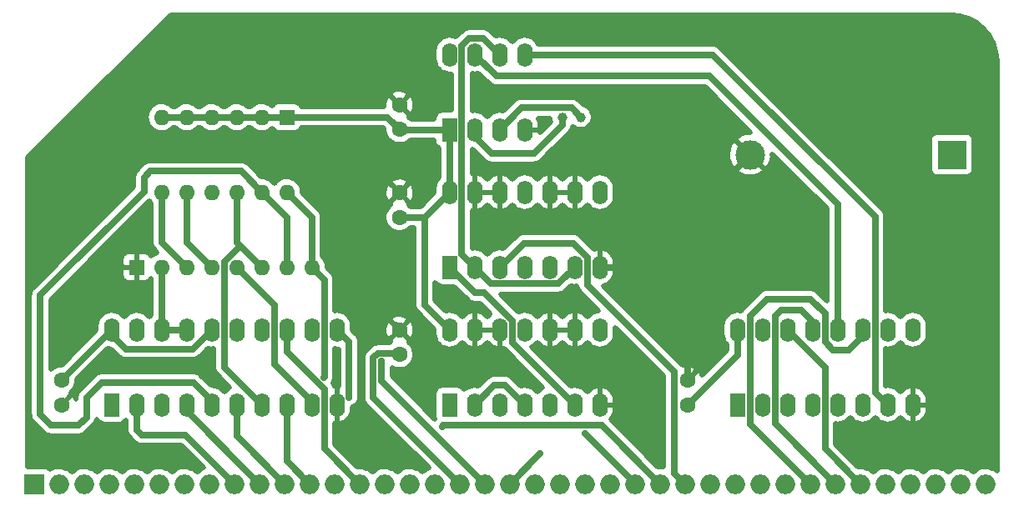
<source format=gbl>
G04 #@! TF.FileFunction,Copper,L2,Bot,Signal*
%FSLAX46Y46*%
G04 Gerber Fmt 4.6, Leading zero omitted, Abs format (unit mm)*
G04 Created by KiCad (PCBNEW 4.0.7) date Sun Jan 21 13:03:22 2018*
%MOMM*%
%LPD*%
G01*
G04 APERTURE LIST*
%ADD10C,0.100000*%
%ADD11C,0.600000*%
%ADD12C,1.600000*%
%ADD13R,2.000000X2.000000*%
%ADD14O,2.000000X2.000000*%
%ADD15R,1.600000X1.600000*%
%ADD16O,1.600000X1.600000*%
%ADD17R,1.600000X2.400000*%
%ADD18O,1.600000X2.400000*%
%ADD19C,1.000000*%
%ADD20C,3.000000*%
%ADD21R,3.000000X3.000000*%
%ADD22C,0.635000*%
%ADD23C,0.507000*%
G04 APERTURE END LIST*
D10*
D11*
X127000000Y-130810000D03*
X127000000Y-140970000D03*
X140970000Y-142240000D03*
X140970000Y-119380000D03*
X63500000Y-132080000D03*
X93980000Y-142240000D03*
X93980000Y-132080000D03*
X81280000Y-119380000D03*
X123190000Y-154940000D03*
X154940000Y-119380000D03*
X154940000Y-142240000D03*
X154940000Y-153670000D03*
X93980000Y-119380000D03*
X63500000Y-158750000D03*
D12*
X64770000Y-152440000D03*
X64770000Y-154940000D03*
D13*
X62000000Y-163000000D03*
D14*
X64540000Y-163000000D03*
X67080000Y-163000000D03*
X69620000Y-163000000D03*
X72160000Y-163000000D03*
X74700000Y-163000000D03*
X77240000Y-163000000D03*
X79780000Y-163000000D03*
X82320000Y-163000000D03*
X84860000Y-163000000D03*
X87400000Y-163000000D03*
X89940000Y-163000000D03*
X92480000Y-163000000D03*
X95020000Y-163000000D03*
X97560000Y-163000000D03*
X100100000Y-163000000D03*
X102640000Y-163000000D03*
X105180000Y-163000000D03*
X107720000Y-163000000D03*
X110260000Y-163000000D03*
X112800000Y-163000000D03*
X115340000Y-163000000D03*
X117880000Y-163000000D03*
X120420000Y-163000000D03*
X122960000Y-163000000D03*
X125500000Y-163000000D03*
X128040000Y-163000000D03*
X130580000Y-163000000D03*
X133120000Y-163000000D03*
X135660000Y-163000000D03*
X138200000Y-163000000D03*
X140740000Y-163000000D03*
X143280000Y-163000000D03*
X145820000Y-163000000D03*
X148360000Y-163000000D03*
X150900000Y-163000000D03*
X153440000Y-163000000D03*
X155980000Y-163000000D03*
X158520000Y-163000000D03*
D15*
X87630000Y-125730000D03*
D16*
X74930000Y-133350000D03*
X85090000Y-125730000D03*
X77470000Y-133350000D03*
X82550000Y-125730000D03*
X80010000Y-133350000D03*
X80010000Y-125730000D03*
X82550000Y-133350000D03*
X77470000Y-125730000D03*
X85090000Y-133350000D03*
X74930000Y-125730000D03*
X87630000Y-133350000D03*
D12*
X99060000Y-126960000D03*
X99060000Y-124460000D03*
X99060000Y-149820000D03*
X99060000Y-147320000D03*
D15*
X72390000Y-140970000D03*
D16*
X74930000Y-140970000D03*
X77470000Y-140970000D03*
X80010000Y-140970000D03*
X82550000Y-140970000D03*
X85090000Y-140970000D03*
X87630000Y-140970000D03*
X90170000Y-140970000D03*
D17*
X69850000Y-154940000D03*
D18*
X92710000Y-147320000D03*
X72390000Y-154940000D03*
X90170000Y-147320000D03*
X74930000Y-154940000D03*
X87630000Y-147320000D03*
X77470000Y-154940000D03*
X85090000Y-147320000D03*
X80010000Y-154940000D03*
X82550000Y-147320000D03*
X82550000Y-154940000D03*
X80010000Y-147320000D03*
X85090000Y-154940000D03*
X77470000Y-147320000D03*
X87630000Y-154940000D03*
X74930000Y-147320000D03*
X90170000Y-154940000D03*
X72390000Y-147320000D03*
X92710000Y-154940000D03*
X69850000Y-147320000D03*
D12*
X99060000Y-135890000D03*
X99060000Y-133390000D03*
X128270000Y-154940000D03*
X128270000Y-152440000D03*
D19*
X115570000Y-125730000D03*
X117470000Y-125730000D03*
D17*
X104140000Y-140970000D03*
D18*
X119380000Y-133350000D03*
X106680000Y-140970000D03*
X116840000Y-133350000D03*
X109220000Y-140970000D03*
X114300000Y-133350000D03*
X111760000Y-140970000D03*
X111760000Y-133350000D03*
X114300000Y-140970000D03*
X109220000Y-133350000D03*
X116840000Y-140970000D03*
X106680000Y-133350000D03*
X119380000Y-140970000D03*
X104140000Y-133350000D03*
D17*
X133350000Y-154940000D03*
D18*
X151130000Y-147320000D03*
X135890000Y-154940000D03*
X148590000Y-147320000D03*
X138430000Y-154940000D03*
X146050000Y-147320000D03*
X140970000Y-154940000D03*
X143510000Y-147320000D03*
X143510000Y-154940000D03*
X140970000Y-147320000D03*
X146050000Y-154940000D03*
X138430000Y-147320000D03*
X148590000Y-154940000D03*
X135890000Y-147320000D03*
X151130000Y-154940000D03*
X133350000Y-147320000D03*
D17*
X104140000Y-127000000D03*
D18*
X111760000Y-119380000D03*
X106680000Y-127000000D03*
X109220000Y-119380000D03*
X109220000Y-127000000D03*
X106680000Y-119380000D03*
X111760000Y-127000000D03*
X104140000Y-119380000D03*
D17*
X104140000Y-154940000D03*
D18*
X119380000Y-147320000D03*
X106680000Y-154940000D03*
X116840000Y-147320000D03*
X109220000Y-154940000D03*
X114300000Y-147320000D03*
X111760000Y-154940000D03*
X111760000Y-147320000D03*
X114300000Y-154940000D03*
X109220000Y-147320000D03*
X116840000Y-154940000D03*
X106680000Y-147320000D03*
X119380000Y-154940000D03*
X104140000Y-147320000D03*
D20*
X134620000Y-129540000D03*
D21*
X155110000Y-129540000D03*
D11*
X73660000Y-160020000D03*
X67310000Y-144780000D03*
X96520000Y-158750000D03*
X113335500Y-159924500D03*
X93956300Y-154177700D03*
X103408400Y-157141500D03*
X117868500Y-157818800D03*
X97221100Y-150523900D03*
X91341200Y-152174700D03*
D22*
X80010000Y-147320000D02*
X78049160Y-149280840D01*
X78049160Y-149280840D02*
X71300970Y-149280840D01*
X69850000Y-147829870D02*
X69850000Y-147320000D01*
X71300970Y-149280840D02*
X69850000Y-147829870D01*
X104140000Y-127000000D02*
X99100000Y-127000000D01*
X64770000Y-152400000D02*
X64770000Y-152440000D01*
X69850000Y-147320000D02*
X64770000Y-152400000D01*
X74930000Y-125730000D02*
X77470000Y-125730000D01*
X77470000Y-125730000D02*
X80010000Y-125730000D01*
X80010000Y-125730000D02*
X82550000Y-125730000D01*
X82550000Y-125730000D02*
X85090000Y-125730000D01*
X104140000Y-127000000D02*
X104140000Y-133350000D01*
X133350000Y-149860000D02*
X133350000Y-147320000D01*
X128270000Y-154940000D02*
X133350000Y-149860000D01*
X96400800Y-154220800D02*
X105180000Y-163000000D01*
X96400800Y-150193200D02*
X96400800Y-154220800D01*
X96871000Y-149723000D02*
X96400800Y-150193200D01*
X98963000Y-149723000D02*
X96871000Y-149723000D01*
X99060000Y-149820000D02*
X98963000Y-149723000D01*
X104140000Y-133350000D02*
X101600000Y-135890000D01*
X101600000Y-135890000D02*
X99060000Y-135890000D01*
X104140000Y-147320000D02*
X101600000Y-144780000D01*
X101600000Y-144780000D02*
X101600000Y-135890000D01*
X97830000Y-125730000D02*
X87630000Y-125730000D01*
X99060000Y-126960000D02*
X97830000Y-125730000D01*
X87630000Y-125730000D02*
X85090000Y-125730000D01*
X98627900Y-146887900D02*
X99060000Y-147320000D01*
X128270000Y-140970000D02*
X119380000Y-140970000D01*
X128270000Y-135890000D02*
X128270000Y-140970000D01*
X134620000Y-129540000D02*
X128270000Y-135890000D01*
X128270000Y-140970000D02*
X128270000Y-152440000D01*
X109220000Y-140970000D02*
X111659449Y-138530551D01*
X111659449Y-138530551D02*
X116689508Y-138530551D01*
X116689508Y-138530551D02*
X118110000Y-139951043D01*
X118110000Y-139951043D02*
X118110000Y-142752000D01*
X118110000Y-142752000D02*
X126944900Y-151586900D01*
X126944900Y-151586900D02*
X126944900Y-161904900D01*
X126944900Y-161904900D02*
X128040000Y-163000000D01*
X146050000Y-147320000D02*
X146050000Y-147976525D01*
X146050000Y-147976525D02*
X144660138Y-149366387D01*
X144660138Y-149366387D02*
X143032973Y-149366387D01*
X143032973Y-149366387D02*
X142227400Y-148560814D01*
X134645100Y-156905100D02*
X140740000Y-163000000D01*
X142227400Y-148560814D02*
X142227400Y-145671043D01*
X142227400Y-145671043D02*
X140774842Y-144218485D01*
X140774842Y-144218485D02*
X136323645Y-144218485D01*
X136323645Y-144218485D02*
X134645100Y-145897030D01*
X134645100Y-145897030D02*
X134645100Y-156905100D01*
X140970000Y-147320000D02*
X140970000Y-146507683D01*
X137160000Y-156880000D02*
X143280000Y-163000000D01*
X140970000Y-146507683D02*
X139789825Y-145327508D01*
X139789825Y-145327508D02*
X137783769Y-145327508D01*
X137783769Y-145327508D02*
X137160000Y-145951277D01*
X137160000Y-145951277D02*
X137160000Y-156880000D01*
X142240000Y-159420000D02*
X145820000Y-163000000D01*
X142240000Y-151130000D02*
X142240000Y-159420000D01*
X138430000Y-147320000D02*
X142240000Y-151130000D01*
X110260000Y-163000000D02*
X113335500Y-159924500D01*
X87630000Y-160690000D02*
X89940000Y-163000000D01*
X87630000Y-154940000D02*
X87630000Y-160690000D01*
X93956300Y-148566300D02*
X93956300Y-154177700D01*
X92710000Y-147320000D02*
X93956300Y-148566300D01*
X91440000Y-159420000D02*
X95020000Y-163000000D01*
X91440000Y-153351400D02*
X91440000Y-159420000D01*
X87630000Y-149541400D02*
X91440000Y-153351400D01*
X87630000Y-147320000D02*
X87630000Y-149541400D01*
X82550000Y-158150000D02*
X87400000Y-163000000D01*
X82550000Y-154940000D02*
X82550000Y-158150000D01*
X77470000Y-154940000D02*
X77470000Y-155610000D01*
X77470000Y-155610000D02*
X83860001Y-162000001D01*
X83860001Y-162000001D02*
X84860000Y-163000000D01*
X84860000Y-162330000D02*
X84860000Y-163000000D01*
X82320000Y-163000000D02*
X77325499Y-158005499D01*
X77325499Y-158005499D02*
X72915499Y-158005499D01*
X72915499Y-158005499D02*
X72390000Y-157480000D01*
X72390000Y-157480000D02*
X72390000Y-154940000D01*
X119532000Y-157032000D02*
X125500000Y-163000000D01*
X103517900Y-157032000D02*
X119532000Y-157032000D01*
X103408400Y-157141500D02*
X103517900Y-157032000D01*
X122960000Y-162910300D02*
X122960000Y-163000000D01*
X117868500Y-157818800D02*
X122960000Y-162910300D01*
X97221100Y-152501100D02*
X107720000Y-163000000D01*
X97221100Y-150523900D02*
X97221100Y-152501100D01*
X74930000Y-147320000D02*
X77470000Y-147320000D01*
X74930000Y-147320000D02*
X74930000Y-140970000D01*
X77470000Y-138430000D02*
X77470000Y-133350000D01*
X80010000Y-140970000D02*
X77470000Y-138430000D01*
X90170000Y-154940000D02*
X90170000Y-154628972D01*
X90170000Y-154628972D02*
X86360000Y-150818972D01*
X86360000Y-150818972D02*
X86360000Y-144780000D01*
X86360000Y-144780000D02*
X82550000Y-140970000D01*
X81280000Y-140414400D02*
X82907200Y-138787200D01*
X81280000Y-151130000D02*
X81280000Y-140414400D01*
X85090000Y-154940000D02*
X81280000Y-151130000D01*
X85090000Y-140970000D02*
X82907200Y-138787200D01*
X82550000Y-138430000D02*
X82550000Y-133350000D01*
X82907200Y-138787200D02*
X82550000Y-138430000D01*
X80010000Y-154940000D02*
X80010000Y-154540000D01*
X80010000Y-154540000D02*
X78129757Y-152659757D01*
X78129757Y-152659757D02*
X68887527Y-152659757D01*
X68887527Y-152659757D02*
X67310000Y-154237284D01*
X67310000Y-154237284D02*
X67310000Y-156210000D01*
X82961955Y-131221955D02*
X85090000Y-133350000D01*
X67310000Y-156210000D02*
X66503220Y-157016780D01*
X66503220Y-157016780D02*
X63678846Y-157016780D01*
X63678846Y-157016780D02*
X62595815Y-155933749D01*
X62595815Y-155933749D02*
X62595815Y-143842323D01*
X62595815Y-143842323D02*
X73164709Y-133273429D01*
X73164709Y-133273429D02*
X73164709Y-131845632D01*
X73164709Y-131845632D02*
X73788386Y-131221955D01*
X73788386Y-131221955D02*
X82961955Y-131221955D01*
X87630000Y-135890000D02*
X87630000Y-140970000D01*
X85090000Y-133350000D02*
X87630000Y-135890000D01*
X90170000Y-135890000D02*
X87630000Y-133350000D01*
X90170000Y-140970000D02*
X90170000Y-135890000D01*
X91440000Y-142240000D02*
X90170000Y-140970000D01*
X91440000Y-152075900D02*
X91440000Y-142240000D01*
X91341200Y-152174700D02*
X91440000Y-152075900D01*
X74930000Y-138430000D02*
X74930000Y-133350000D01*
X77470000Y-140970000D02*
X74930000Y-138430000D01*
X111760000Y-154940000D02*
X109754872Y-152934872D01*
X108685128Y-152934872D02*
X106680000Y-154940000D01*
X109754872Y-152934872D02*
X108685128Y-152934872D01*
X116840000Y-154940000D02*
X110490000Y-148590000D01*
X110490000Y-148590000D02*
X110490000Y-146399400D01*
X110490000Y-146399400D02*
X107662850Y-143572250D01*
X107662850Y-143572250D02*
X106742250Y-143572250D01*
X106742250Y-143572250D02*
X104140000Y-140970000D01*
X106680000Y-127000000D02*
X106680000Y-127716239D01*
X106680000Y-127716239D02*
X108362346Y-129398585D01*
X108362346Y-129398585D02*
X112701587Y-129398585D01*
X112701587Y-129398585D02*
X115570000Y-126530172D01*
X115570000Y-126530172D02*
X115570000Y-125730000D01*
X116516500Y-124776500D02*
X117470000Y-125730000D01*
X111443500Y-124776500D02*
X116516500Y-124776500D01*
X109220000Y-127000000D02*
X111443500Y-124776500D01*
X108326500Y-142616500D02*
X106680000Y-140970000D01*
X115193500Y-142616500D02*
X108326500Y-142616500D01*
X116840000Y-140970000D02*
X115193500Y-142616500D01*
X105384900Y-139674900D02*
X106680000Y-140970000D01*
X105384900Y-118490700D02*
X105384900Y-139674900D01*
X106148800Y-117726800D02*
X105384900Y-118490700D01*
X107566800Y-117726800D02*
X106148800Y-117726800D01*
X109220000Y-119380000D02*
X107566800Y-117726800D01*
X106680000Y-119380000D02*
X108874143Y-121574143D01*
X108874143Y-121574143D02*
X130498254Y-121574143D01*
X130498254Y-121574143D02*
X143510000Y-134585889D01*
X143510000Y-134585889D02*
X143510000Y-147320000D01*
X111760000Y-119380000D02*
X130853382Y-119380000D01*
X130853382Y-119380000D02*
X147320000Y-135846618D01*
X147320000Y-135846618D02*
X147320000Y-153670000D01*
X147320000Y-153670000D02*
X148590000Y-154940000D01*
D23*
G36*
X102640500Y-162999500D02*
X102660500Y-162999500D01*
X102660500Y-163000500D01*
X102640500Y-163000500D01*
X102640500Y-163020500D01*
X102639500Y-163020500D01*
X102639500Y-163000500D01*
X102619500Y-163000500D01*
X102619500Y-162999500D01*
X102639500Y-162999500D01*
X102639500Y-162979500D01*
X102640500Y-162979500D01*
X102640500Y-162999500D01*
X102640500Y-162999500D01*
G37*
X102640500Y-162999500D02*
X102660500Y-162999500D01*
X102660500Y-163000500D01*
X102640500Y-163000500D01*
X102640500Y-163020500D01*
X102639500Y-163020500D01*
X102639500Y-163000500D01*
X102619500Y-163000500D01*
X102619500Y-162999500D01*
X102639500Y-162999500D01*
X102639500Y-162979500D01*
X102640500Y-162979500D01*
X102640500Y-162999500D01*
G36*
X155906596Y-115421366D02*
X156778655Y-115684656D01*
X157582969Y-116112317D01*
X158288900Y-116688060D01*
X158869556Y-117389953D01*
X159302821Y-118191260D01*
X159572195Y-119061466D01*
X159671500Y-120006293D01*
X159671500Y-161679225D01*
X159500545Y-161537799D01*
X159199509Y-161375029D01*
X158872590Y-161273831D01*
X158532242Y-161238059D01*
X158191427Y-161269075D01*
X157863127Y-161365699D01*
X157559848Y-161524250D01*
X157293140Y-161738688D01*
X157251061Y-161788836D01*
X157224232Y-161755940D01*
X156960545Y-161537799D01*
X156659509Y-161375029D01*
X156332590Y-161273831D01*
X155992242Y-161238059D01*
X155651427Y-161269075D01*
X155323127Y-161365699D01*
X155019848Y-161524250D01*
X154753140Y-161738688D01*
X154711061Y-161788836D01*
X154684232Y-161755940D01*
X154420545Y-161537799D01*
X154119509Y-161375029D01*
X153792590Y-161273831D01*
X153452242Y-161238059D01*
X153111427Y-161269075D01*
X152783127Y-161365699D01*
X152479848Y-161524250D01*
X152213140Y-161738688D01*
X152171061Y-161788836D01*
X152144232Y-161755940D01*
X151880545Y-161537799D01*
X151579509Y-161375029D01*
X151252590Y-161273831D01*
X150912242Y-161238059D01*
X150571427Y-161269075D01*
X150243127Y-161365699D01*
X149939848Y-161524250D01*
X149673140Y-161738688D01*
X149631061Y-161788836D01*
X149604232Y-161755940D01*
X149340545Y-161537799D01*
X149039509Y-161375029D01*
X148712590Y-161273831D01*
X148372242Y-161238059D01*
X148031427Y-161269075D01*
X147703127Y-161365699D01*
X147399848Y-161524250D01*
X147133140Y-161738688D01*
X147091061Y-161788836D01*
X147064232Y-161755940D01*
X146800545Y-161537799D01*
X146499509Y-161375029D01*
X146172590Y-161273831D01*
X145832242Y-161238059D01*
X145594333Y-161259710D01*
X143311000Y-158976378D01*
X143311000Y-156883138D01*
X143499155Y-156902914D01*
X143801097Y-156875435D01*
X144091951Y-156789832D01*
X144360639Y-156649365D01*
X144596927Y-156459385D01*
X144781119Y-156239874D01*
X144947682Y-156444101D01*
X145181294Y-156637362D01*
X145447995Y-156781566D01*
X145737625Y-156871222D01*
X146039155Y-156902914D01*
X146341097Y-156875435D01*
X146631951Y-156789832D01*
X146900639Y-156649365D01*
X147136927Y-156459385D01*
X147321119Y-156239874D01*
X147487682Y-156444101D01*
X147721294Y-156637362D01*
X147987995Y-156781566D01*
X148277625Y-156871222D01*
X148579155Y-156902914D01*
X148881097Y-156875435D01*
X149171951Y-156789832D01*
X149440639Y-156649365D01*
X149676927Y-156459385D01*
X149859625Y-156241654D01*
X150026206Y-156444501D01*
X150262893Y-156638618D01*
X150532902Y-156782830D01*
X150825857Y-156871594D01*
X150885234Y-156882197D01*
X151129500Y-156711125D01*
X151129500Y-154940500D01*
X151130500Y-154940500D01*
X151130500Y-156711125D01*
X151374766Y-156882197D01*
X151434143Y-156871594D01*
X151727098Y-156782830D01*
X151997107Y-156638618D01*
X152233794Y-156444501D01*
X152428062Y-156207939D01*
X152572447Y-155938022D01*
X152661399Y-155645124D01*
X152691500Y-155340500D01*
X152691500Y-154940500D01*
X151130500Y-154940500D01*
X151129500Y-154940500D01*
X151109500Y-154940500D01*
X151109500Y-154939500D01*
X151129500Y-154939500D01*
X151129500Y-153168875D01*
X151130500Y-153168875D01*
X151130500Y-154939500D01*
X152691500Y-154939500D01*
X152691500Y-154539500D01*
X152661399Y-154234876D01*
X152572447Y-153941978D01*
X152428062Y-153672061D01*
X152233794Y-153435499D01*
X151997107Y-153241382D01*
X151727098Y-153097170D01*
X151434143Y-153008406D01*
X151374766Y-152997803D01*
X151130500Y-153168875D01*
X151129500Y-153168875D01*
X150885234Y-152997803D01*
X150825857Y-153008406D01*
X150532902Y-153097170D01*
X150262893Y-153241382D01*
X150026206Y-153435499D01*
X149858524Y-153639687D01*
X149692318Y-153435899D01*
X149458706Y-153242638D01*
X149192005Y-153098434D01*
X148902375Y-153008778D01*
X148600845Y-152977086D01*
X148391000Y-152996183D01*
X148391000Y-149263138D01*
X148579155Y-149282914D01*
X148881097Y-149255435D01*
X149171951Y-149169832D01*
X149440639Y-149029365D01*
X149676927Y-148839385D01*
X149861119Y-148619874D01*
X150027682Y-148824101D01*
X150261294Y-149017362D01*
X150527995Y-149161566D01*
X150817625Y-149251222D01*
X151119155Y-149282914D01*
X151421097Y-149255435D01*
X151711951Y-149169832D01*
X151980639Y-149029365D01*
X152216927Y-148839385D01*
X152411814Y-148607128D01*
X152557877Y-148341441D01*
X152649552Y-148052443D01*
X152683349Y-147751142D01*
X152683500Y-147729452D01*
X152683500Y-146910548D01*
X152653914Y-146608805D01*
X152566282Y-146318555D01*
X152423943Y-146050854D01*
X152232318Y-145815899D01*
X151998706Y-145622638D01*
X151732005Y-145478434D01*
X151442375Y-145388778D01*
X151140845Y-145357086D01*
X150838903Y-145384565D01*
X150548049Y-145470168D01*
X150279361Y-145610635D01*
X150043073Y-145800615D01*
X149858881Y-146020126D01*
X149692318Y-145815899D01*
X149458706Y-145622638D01*
X149192005Y-145478434D01*
X148902375Y-145388778D01*
X148600845Y-145357086D01*
X148391000Y-145376183D01*
X148391000Y-135846618D01*
X148381351Y-135748206D01*
X148372725Y-135649606D01*
X148371152Y-135644192D01*
X148370603Y-135638593D01*
X148342029Y-135543952D01*
X148314409Y-135448884D01*
X148311817Y-135443883D01*
X148310189Y-135438492D01*
X148263736Y-135351127D01*
X148218216Y-135263310D01*
X148214704Y-135258911D01*
X148212059Y-135253936D01*
X148149551Y-135177294D01*
X148087812Y-135099954D01*
X148080077Y-135092111D01*
X148079950Y-135091955D01*
X148079806Y-135091836D01*
X148077312Y-135089307D01*
X141028005Y-128040000D01*
X152852855Y-128040000D01*
X152852855Y-131040000D01*
X152862424Y-131159992D01*
X152925450Y-131363511D01*
X153042680Y-131541414D01*
X153204831Y-131679615D01*
X153399064Y-131767169D01*
X153610000Y-131797145D01*
X156610000Y-131797145D01*
X156729992Y-131787576D01*
X156933511Y-131724550D01*
X157111414Y-131607320D01*
X157249615Y-131445169D01*
X157337169Y-131250936D01*
X157367145Y-131040000D01*
X157367145Y-128040000D01*
X157357576Y-127920008D01*
X157294550Y-127716489D01*
X157177320Y-127538586D01*
X157015169Y-127400385D01*
X156820936Y-127312831D01*
X156610000Y-127282855D01*
X153610000Y-127282855D01*
X153490008Y-127292424D01*
X153286489Y-127355450D01*
X153108586Y-127472680D01*
X152970385Y-127634831D01*
X152882831Y-127829064D01*
X152852855Y-128040000D01*
X141028005Y-128040000D01*
X131610693Y-118622689D01*
X131534272Y-118559916D01*
X131458462Y-118496303D01*
X131453524Y-118493588D01*
X131449175Y-118490016D01*
X131362013Y-118443280D01*
X131275294Y-118395606D01*
X131269926Y-118393903D01*
X131264963Y-118391242D01*
X131170352Y-118362317D01*
X131076055Y-118332404D01*
X131070459Y-118331776D01*
X131065074Y-118330130D01*
X130966700Y-118320138D01*
X130868335Y-118309104D01*
X130857321Y-118309027D01*
X130857120Y-118309007D01*
X130856933Y-118309025D01*
X130853382Y-118309000D01*
X113159299Y-118309000D01*
X113053943Y-118110854D01*
X112862318Y-117875899D01*
X112628706Y-117682638D01*
X112362005Y-117538434D01*
X112072375Y-117448778D01*
X111770845Y-117417086D01*
X111468903Y-117444565D01*
X111178049Y-117530168D01*
X110909361Y-117670635D01*
X110673073Y-117860615D01*
X110488881Y-118080126D01*
X110322318Y-117875899D01*
X110088706Y-117682638D01*
X109822005Y-117538434D01*
X109532375Y-117448778D01*
X109230845Y-117417086D01*
X108928903Y-117444565D01*
X108828683Y-117474061D01*
X108324111Y-116969489D01*
X108247690Y-116906716D01*
X108171880Y-116843103D01*
X108166942Y-116840388D01*
X108162593Y-116836816D01*
X108075431Y-116790080D01*
X107988712Y-116742406D01*
X107983344Y-116740703D01*
X107978381Y-116738042D01*
X107883770Y-116709117D01*
X107789473Y-116679204D01*
X107783877Y-116678576D01*
X107778492Y-116676930D01*
X107680118Y-116666938D01*
X107581753Y-116655904D01*
X107570739Y-116655827D01*
X107570538Y-116655807D01*
X107570351Y-116655825D01*
X107566800Y-116655800D01*
X106148800Y-116655800D01*
X106050338Y-116665454D01*
X105951788Y-116674076D01*
X105946379Y-116675648D01*
X105940775Y-116676197D01*
X105846105Y-116704779D01*
X105751065Y-116732391D01*
X105746062Y-116734984D01*
X105740674Y-116736611D01*
X105653327Y-116783054D01*
X105565492Y-116828584D01*
X105561093Y-116832096D01*
X105556118Y-116834741D01*
X105479445Y-116897274D01*
X105402136Y-116958989D01*
X105394294Y-116966722D01*
X105394137Y-116966850D01*
X105394017Y-116966996D01*
X105391489Y-116969488D01*
X104794279Y-117566698D01*
X104742005Y-117538434D01*
X104452375Y-117448778D01*
X104150845Y-117417086D01*
X103848903Y-117444565D01*
X103558049Y-117530168D01*
X103289361Y-117670635D01*
X103053073Y-117860615D01*
X102858186Y-118092872D01*
X102712123Y-118358559D01*
X102620448Y-118647557D01*
X102586651Y-118948858D01*
X102586500Y-118970548D01*
X102586500Y-119789452D01*
X102616086Y-120091195D01*
X102703718Y-120381445D01*
X102846057Y-120649146D01*
X103037682Y-120884101D01*
X103271294Y-121077362D01*
X103537995Y-121221566D01*
X103827625Y-121311222D01*
X104129155Y-121342914D01*
X104313900Y-121326101D01*
X104313900Y-125042855D01*
X103340000Y-125042855D01*
X103220008Y-125052424D01*
X103016489Y-125115450D01*
X102838586Y-125232680D01*
X102700385Y-125394831D01*
X102612831Y-125589064D01*
X102582855Y-125800000D01*
X102582855Y-125929000D01*
X100225619Y-125929000D01*
X100055030Y-125757216D01*
X99985345Y-125710213D01*
X100034520Y-125435228D01*
X99060000Y-124460707D01*
X99045858Y-124474850D01*
X99045151Y-124474143D01*
X99059293Y-124460000D01*
X99060707Y-124460000D01*
X100035228Y-125434520D01*
X100329686Y-125381863D01*
X100485136Y-125116446D01*
X100585819Y-124825802D01*
X100627866Y-124521100D01*
X100609660Y-124214051D01*
X100531901Y-123916453D01*
X100397579Y-123639743D01*
X100329686Y-123538137D01*
X100035228Y-123485480D01*
X99060707Y-124460000D01*
X99059293Y-124460000D01*
X98084772Y-123485480D01*
X97790314Y-123538137D01*
X97634864Y-123803554D01*
X97534181Y-124094198D01*
X97492134Y-124398900D01*
X97507556Y-124659000D01*
X89130812Y-124659000D01*
X89114550Y-124606489D01*
X88997320Y-124428586D01*
X88835169Y-124290385D01*
X88640936Y-124202831D01*
X88430000Y-124172855D01*
X86830000Y-124172855D01*
X86710008Y-124182424D01*
X86506489Y-124245450D01*
X86328586Y-124362680D01*
X86190385Y-124524831D01*
X86157091Y-124598692D01*
X85958706Y-124434573D01*
X85692005Y-124290369D01*
X85402375Y-124200713D01*
X85100845Y-124169021D01*
X84798903Y-124196500D01*
X84508049Y-124282103D01*
X84239361Y-124422570D01*
X84003073Y-124612550D01*
X83964097Y-124659000D01*
X83677736Y-124659000D01*
X83652318Y-124627834D01*
X83418706Y-124434573D01*
X83152005Y-124290369D01*
X82862375Y-124200713D01*
X82560845Y-124169021D01*
X82258903Y-124196500D01*
X81968049Y-124282103D01*
X81699361Y-124422570D01*
X81463073Y-124612550D01*
X81424097Y-124659000D01*
X81137736Y-124659000D01*
X81112318Y-124627834D01*
X80878706Y-124434573D01*
X80612005Y-124290369D01*
X80322375Y-124200713D01*
X80020845Y-124169021D01*
X79718903Y-124196500D01*
X79428049Y-124282103D01*
X79159361Y-124422570D01*
X78923073Y-124612550D01*
X78884097Y-124659000D01*
X78597736Y-124659000D01*
X78572318Y-124627834D01*
X78338706Y-124434573D01*
X78072005Y-124290369D01*
X77782375Y-124200713D01*
X77480845Y-124169021D01*
X77178903Y-124196500D01*
X76888049Y-124282103D01*
X76619361Y-124422570D01*
X76383073Y-124612550D01*
X76344097Y-124659000D01*
X76057736Y-124659000D01*
X76032318Y-124627834D01*
X75798706Y-124434573D01*
X75532005Y-124290369D01*
X75242375Y-124200713D01*
X74940845Y-124169021D01*
X74638903Y-124196500D01*
X74348049Y-124282103D01*
X74079361Y-124422570D01*
X73843073Y-124612550D01*
X73648186Y-124844807D01*
X73502123Y-125110494D01*
X73410448Y-125399492D01*
X73376651Y-125700793D01*
X73376500Y-125722483D01*
X73376500Y-125737517D01*
X73406086Y-126039260D01*
X73493718Y-126329510D01*
X73636057Y-126597211D01*
X73827682Y-126832166D01*
X74061294Y-127025427D01*
X74327995Y-127169631D01*
X74617625Y-127259287D01*
X74919155Y-127290979D01*
X75221097Y-127263500D01*
X75511951Y-127177897D01*
X75780639Y-127037430D01*
X76016927Y-126847450D01*
X76055903Y-126801000D01*
X76342264Y-126801000D01*
X76367682Y-126832166D01*
X76601294Y-127025427D01*
X76867995Y-127169631D01*
X77157625Y-127259287D01*
X77459155Y-127290979D01*
X77761097Y-127263500D01*
X78051951Y-127177897D01*
X78320639Y-127037430D01*
X78556927Y-126847450D01*
X78595903Y-126801000D01*
X78882264Y-126801000D01*
X78907682Y-126832166D01*
X79141294Y-127025427D01*
X79407995Y-127169631D01*
X79697625Y-127259287D01*
X79999155Y-127290979D01*
X80301097Y-127263500D01*
X80591951Y-127177897D01*
X80860639Y-127037430D01*
X81096927Y-126847450D01*
X81135903Y-126801000D01*
X81422264Y-126801000D01*
X81447682Y-126832166D01*
X81681294Y-127025427D01*
X81947995Y-127169631D01*
X82237625Y-127259287D01*
X82539155Y-127290979D01*
X82841097Y-127263500D01*
X83131951Y-127177897D01*
X83400639Y-127037430D01*
X83636927Y-126847450D01*
X83675903Y-126801000D01*
X83962264Y-126801000D01*
X83987682Y-126832166D01*
X84221294Y-127025427D01*
X84487995Y-127169631D01*
X84777625Y-127259287D01*
X85079155Y-127290979D01*
X85381097Y-127263500D01*
X85671951Y-127177897D01*
X85940639Y-127037430D01*
X86153741Y-126866092D01*
X86262680Y-127031414D01*
X86424831Y-127169615D01*
X86619064Y-127257169D01*
X86830000Y-127287145D01*
X88430000Y-127287145D01*
X88549992Y-127277576D01*
X88753511Y-127214550D01*
X88931414Y-127097320D01*
X89069615Y-126935169D01*
X89130094Y-126801000D01*
X97386378Y-126801000D01*
X97506820Y-126921442D01*
X97504458Y-127090623D01*
X97559454Y-127390275D01*
X97671606Y-127673538D01*
X97836641Y-127929622D01*
X98048274Y-128148774D01*
X98298443Y-128322646D01*
X98577619Y-128444615D01*
X98875169Y-128510036D01*
X99179760Y-128516416D01*
X99479788Y-128463513D01*
X99763828Y-128353342D01*
X100021058Y-128190098D01*
X100146123Y-128071000D01*
X102582855Y-128071000D01*
X102582855Y-128200000D01*
X102592424Y-128319992D01*
X102655450Y-128523511D01*
X102772680Y-128701414D01*
X102934831Y-128839615D01*
X103069000Y-128900094D01*
X103069000Y-131817809D01*
X103053073Y-131830615D01*
X102858186Y-132062872D01*
X102712123Y-132328559D01*
X102620448Y-132617557D01*
X102586651Y-132918858D01*
X102586500Y-132940548D01*
X102586500Y-133388877D01*
X101156378Y-134819000D01*
X100185897Y-134819000D01*
X100055030Y-134687216D01*
X99985345Y-134640213D01*
X100034520Y-134365228D01*
X99060000Y-133390707D01*
X98085480Y-134365228D01*
X98134443Y-134639031D01*
X98081861Y-134673440D01*
X97864192Y-134886598D01*
X97692070Y-135137974D01*
X97572053Y-135417995D01*
X97508711Y-135715995D01*
X97504458Y-136020623D01*
X97559454Y-136320275D01*
X97671606Y-136603538D01*
X97836641Y-136859622D01*
X98048274Y-137078774D01*
X98298443Y-137252646D01*
X98577619Y-137374615D01*
X98875169Y-137440036D01*
X99179760Y-137446416D01*
X99479788Y-137393513D01*
X99763828Y-137283342D01*
X100021058Y-137120098D01*
X100188128Y-136961000D01*
X100529000Y-136961000D01*
X100529000Y-144780000D01*
X100538654Y-144878458D01*
X100547276Y-144977012D01*
X100548848Y-144982421D01*
X100549397Y-144988025D01*
X100577979Y-145082695D01*
X100605591Y-145177735D01*
X100608184Y-145182738D01*
X100609811Y-145188126D01*
X100656243Y-145275452D01*
X100701784Y-145363309D01*
X100705297Y-145367710D01*
X100707941Y-145372682D01*
X100770456Y-145449333D01*
X100832189Y-145526664D01*
X100839918Y-145534501D01*
X100840050Y-145534663D01*
X100840200Y-145534787D01*
X100842689Y-145537311D01*
X102586500Y-147281123D01*
X102586500Y-147729452D01*
X102616086Y-148031195D01*
X102703718Y-148321445D01*
X102846057Y-148589146D01*
X103037682Y-148824101D01*
X103271294Y-149017362D01*
X103537995Y-149161566D01*
X103827625Y-149251222D01*
X104129155Y-149282914D01*
X104431097Y-149255435D01*
X104721951Y-149169832D01*
X104990639Y-149029365D01*
X105226927Y-148839385D01*
X105409625Y-148621654D01*
X105576206Y-148824501D01*
X105812893Y-149018618D01*
X106082902Y-149162830D01*
X106375857Y-149251594D01*
X106435234Y-149262197D01*
X106679500Y-149091125D01*
X106679500Y-147320500D01*
X106680500Y-147320500D01*
X106680500Y-149091125D01*
X106924766Y-149262197D01*
X106984143Y-149251594D01*
X107277098Y-149162830D01*
X107547107Y-149018618D01*
X107783794Y-148824501D01*
X107950000Y-148622110D01*
X108116206Y-148824501D01*
X108352893Y-149018618D01*
X108622902Y-149162830D01*
X108915857Y-149251594D01*
X108975234Y-149262197D01*
X109219500Y-149091125D01*
X109219500Y-147320500D01*
X106680500Y-147320500D01*
X106679500Y-147320500D01*
X106659500Y-147320500D01*
X106659500Y-147319500D01*
X106679500Y-147319500D01*
X106679500Y-145548875D01*
X106435234Y-145377803D01*
X106375857Y-145388406D01*
X106082902Y-145477170D01*
X105812893Y-145621382D01*
X105576206Y-145815499D01*
X105408524Y-146019687D01*
X105242318Y-145815899D01*
X105008706Y-145622638D01*
X104742005Y-145478434D01*
X104452375Y-145388778D01*
X104150845Y-145357086D01*
X103848903Y-145384565D01*
X103748684Y-145414061D01*
X102671000Y-144336378D01*
X102671000Y-142517109D01*
X102772680Y-142671414D01*
X102934831Y-142809615D01*
X103129064Y-142897169D01*
X103340000Y-142927145D01*
X104582523Y-142927145D01*
X105984938Y-144329561D01*
X106061384Y-144392355D01*
X106137170Y-144455947D01*
X106142108Y-144458662D01*
X106146457Y-144462234D01*
X106233619Y-144508970D01*
X106320338Y-144556644D01*
X106325706Y-144558347D01*
X106330669Y-144561008D01*
X106425280Y-144589933D01*
X106519577Y-144619846D01*
X106525173Y-144620474D01*
X106530558Y-144622120D01*
X106628936Y-144632113D01*
X106727297Y-144643146D01*
X106738310Y-144643223D01*
X106738511Y-144643243D01*
X106738698Y-144643225D01*
X106742250Y-144643250D01*
X107219228Y-144643250D01*
X108267442Y-145691464D01*
X108116206Y-145815499D01*
X107950000Y-146017890D01*
X107783794Y-145815499D01*
X107547107Y-145621382D01*
X107277098Y-145477170D01*
X106984143Y-145388406D01*
X106924766Y-145377803D01*
X106680500Y-145548875D01*
X106680500Y-147319500D01*
X109219500Y-147319500D01*
X109219500Y-147299500D01*
X109220500Y-147299500D01*
X109220500Y-147319500D01*
X109240500Y-147319500D01*
X109240500Y-147320500D01*
X109220500Y-147320500D01*
X109220500Y-149091125D01*
X109464766Y-149262197D01*
X109524143Y-149251594D01*
X109628385Y-149220009D01*
X109660456Y-149259333D01*
X109722189Y-149336664D01*
X109729918Y-149344501D01*
X109730050Y-149344663D01*
X109730200Y-149344787D01*
X109732689Y-149347311D01*
X113558800Y-153173422D01*
X113449361Y-153230635D01*
X113213073Y-153420615D01*
X113028881Y-153640126D01*
X112862318Y-153435899D01*
X112628706Y-153242638D01*
X112362005Y-153098434D01*
X112072375Y-153008778D01*
X111770845Y-152977086D01*
X111468903Y-153004565D01*
X111368684Y-153034061D01*
X110512183Y-152177561D01*
X110435762Y-152114788D01*
X110359952Y-152051175D01*
X110355014Y-152048460D01*
X110350665Y-152044888D01*
X110263503Y-151998152D01*
X110176784Y-151950478D01*
X110171416Y-151948775D01*
X110166453Y-151946114D01*
X110071842Y-151917189D01*
X109977545Y-151887276D01*
X109971949Y-151886648D01*
X109966564Y-151885002D01*
X109868190Y-151875010D01*
X109769825Y-151863976D01*
X109758811Y-151863899D01*
X109758610Y-151863879D01*
X109758423Y-151863897D01*
X109754872Y-151863872D01*
X108685128Y-151863872D01*
X108586670Y-151873526D01*
X108488116Y-151882148D01*
X108482707Y-151883720D01*
X108477103Y-151884269D01*
X108382387Y-151912865D01*
X108287393Y-151940464D01*
X108282395Y-151943055D01*
X108277002Y-151944683D01*
X108189640Y-151991134D01*
X108101819Y-152036656D01*
X108097418Y-152040170D01*
X108092446Y-152042813D01*
X108015819Y-152105308D01*
X107938463Y-152167061D01*
X107930621Y-152174795D01*
X107930465Y-152174922D01*
X107930346Y-152175066D01*
X107927816Y-152177561D01*
X107071963Y-153033415D01*
X106992375Y-153008778D01*
X106690845Y-152977086D01*
X106388903Y-153004565D01*
X106098049Y-153090168D01*
X105829361Y-153230635D01*
X105615426Y-153402643D01*
X105507320Y-153238586D01*
X105345169Y-153100385D01*
X105150936Y-153012831D01*
X104940000Y-152982855D01*
X103340000Y-152982855D01*
X103220008Y-152992424D01*
X103016489Y-153055450D01*
X102838586Y-153172680D01*
X102700385Y-153334831D01*
X102612831Y-153529064D01*
X102582855Y-153740000D01*
X102582855Y-156140000D01*
X102592424Y-156259992D01*
X102636302Y-156401680D01*
X98292100Y-152057478D01*
X98292100Y-151178237D01*
X98298443Y-151182646D01*
X98577619Y-151304615D01*
X98875169Y-151370036D01*
X99179760Y-151376416D01*
X99479788Y-151323513D01*
X99763828Y-151213342D01*
X100021058Y-151050098D01*
X100241682Y-150840001D01*
X100417296Y-150591052D01*
X100541212Y-150312734D01*
X100608708Y-150015647D01*
X100613567Y-149667671D01*
X100554392Y-149368816D01*
X100438296Y-149087147D01*
X100269702Y-148833392D01*
X100055030Y-148617216D01*
X99985345Y-148570213D01*
X100034520Y-148295228D01*
X99060000Y-147320707D01*
X98085480Y-148295228D01*
X98134443Y-148569031D01*
X98081861Y-148603440D01*
X98032273Y-148652000D01*
X96871000Y-148652000D01*
X96772542Y-148661654D01*
X96673988Y-148670276D01*
X96668579Y-148671848D01*
X96662975Y-148672397D01*
X96568259Y-148700993D01*
X96473265Y-148728592D01*
X96468267Y-148731183D01*
X96462874Y-148732811D01*
X96375512Y-148779262D01*
X96287691Y-148824784D01*
X96283290Y-148828298D01*
X96278318Y-148830941D01*
X96201691Y-148893436D01*
X96124335Y-148955189D01*
X96116493Y-148962923D01*
X96116337Y-148963050D01*
X96116218Y-148963194D01*
X96113688Y-148965689D01*
X95643489Y-149435889D01*
X95580716Y-149512310D01*
X95517103Y-149588120D01*
X95514388Y-149593058D01*
X95510816Y-149597407D01*
X95464080Y-149684569D01*
X95416406Y-149771288D01*
X95414703Y-149776656D01*
X95412042Y-149781619D01*
X95383117Y-149876230D01*
X95353204Y-149970527D01*
X95352576Y-149976123D01*
X95350930Y-149981508D01*
X95340938Y-150079882D01*
X95329904Y-150178247D01*
X95329827Y-150189261D01*
X95329807Y-150189462D01*
X95329825Y-150189649D01*
X95329800Y-150193200D01*
X95329800Y-154220800D01*
X95339454Y-154319258D01*
X95348076Y-154417812D01*
X95349648Y-154423221D01*
X95350197Y-154428825D01*
X95378779Y-154523495D01*
X95406391Y-154618535D01*
X95408984Y-154623538D01*
X95410611Y-154628926D01*
X95457043Y-154716252D01*
X95502584Y-154804109D01*
X95506097Y-154808510D01*
X95508741Y-154813482D01*
X95571256Y-154890133D01*
X95632989Y-154967464D01*
X95640718Y-154975301D01*
X95640850Y-154975463D01*
X95641000Y-154975587D01*
X95643489Y-154978111D01*
X102023665Y-161358287D01*
X101902985Y-161400097D01*
X101605021Y-161574623D01*
X101368020Y-161785107D01*
X101344232Y-161755940D01*
X101080545Y-161537799D01*
X100779509Y-161375029D01*
X100452590Y-161273831D01*
X100112242Y-161238059D01*
X99771427Y-161269075D01*
X99443127Y-161365699D01*
X99139848Y-161524250D01*
X98873140Y-161738688D01*
X98831061Y-161788836D01*
X98804232Y-161755940D01*
X98540545Y-161537799D01*
X98239509Y-161375029D01*
X97912590Y-161273831D01*
X97572242Y-161238059D01*
X97231427Y-161269075D01*
X96903127Y-161365699D01*
X96599848Y-161524250D01*
X96333140Y-161738688D01*
X96291061Y-161788836D01*
X96264232Y-161755940D01*
X96000545Y-161537799D01*
X95699509Y-161375029D01*
X95372590Y-161273831D01*
X95032242Y-161238059D01*
X94794333Y-161259710D01*
X92511000Y-158976378D01*
X92511000Y-156850145D01*
X92709500Y-156711125D01*
X92709500Y-154940500D01*
X92689500Y-154940500D01*
X92689500Y-154939500D01*
X92709500Y-154939500D01*
X92709500Y-153168875D01*
X92465234Y-152997803D01*
X92448120Y-153000859D01*
X92434409Y-152953665D01*
X92431816Y-152948662D01*
X92430189Y-152943274D01*
X92383746Y-152855927D01*
X92338216Y-152768092D01*
X92334704Y-152763693D01*
X92332059Y-152758718D01*
X92295786Y-152714243D01*
X92323697Y-152680980D01*
X92326412Y-152676042D01*
X92329984Y-152671693D01*
X92376720Y-152584531D01*
X92424394Y-152497812D01*
X92426097Y-152492444D01*
X92428758Y-152487481D01*
X92457683Y-152392870D01*
X92487596Y-152298573D01*
X92488224Y-152292977D01*
X92489870Y-152287592D01*
X92499863Y-152189214D01*
X92510896Y-152090853D01*
X92510973Y-152079840D01*
X92510993Y-152079639D01*
X92510975Y-152079452D01*
X92511000Y-152075900D01*
X92511000Y-149263138D01*
X92699155Y-149282914D01*
X92885300Y-149265973D01*
X92885300Y-153046454D01*
X92710500Y-153168875D01*
X92710500Y-154939500D01*
X92730500Y-154939500D01*
X92730500Y-154940500D01*
X92710500Y-154940500D01*
X92710500Y-156711125D01*
X92954766Y-156882197D01*
X93014143Y-156871594D01*
X93307098Y-156782830D01*
X93577107Y-156638618D01*
X93813794Y-156444501D01*
X94008062Y-156207939D01*
X94152447Y-155938022D01*
X94241399Y-155645124D01*
X94271500Y-155340500D01*
X94271500Y-155196026D01*
X94357504Y-155170714D01*
X94542740Y-155073875D01*
X94705639Y-154942900D01*
X94839997Y-154782780D01*
X94940694Y-154599612D01*
X95003896Y-154400373D01*
X95027196Y-154192653D01*
X95027300Y-154177700D01*
X95027300Y-148566300D01*
X95017646Y-148467842D01*
X95009024Y-148369288D01*
X95007452Y-148363879D01*
X95006903Y-148358275D01*
X94978307Y-148263559D01*
X94950708Y-148168565D01*
X94948117Y-148163567D01*
X94946489Y-148158174D01*
X94900038Y-148070812D01*
X94854516Y-147982991D01*
X94851002Y-147978590D01*
X94848359Y-147973618D01*
X94785864Y-147896991D01*
X94724111Y-147819635D01*
X94716377Y-147811793D01*
X94716250Y-147811637D01*
X94716106Y-147811518D01*
X94713611Y-147808988D01*
X94263500Y-147358877D01*
X94263500Y-147258900D01*
X97492134Y-147258900D01*
X97510340Y-147565949D01*
X97588099Y-147863547D01*
X97722421Y-148140257D01*
X97790314Y-148241863D01*
X98084772Y-148294520D01*
X99059293Y-147320000D01*
X99060707Y-147320000D01*
X100035228Y-148294520D01*
X100329686Y-148241863D01*
X100485136Y-147976446D01*
X100585819Y-147685802D01*
X100627866Y-147381100D01*
X100609660Y-147074051D01*
X100531901Y-146776453D01*
X100397579Y-146499743D01*
X100329686Y-146398137D01*
X100035228Y-146345480D01*
X99060707Y-147320000D01*
X99059293Y-147320000D01*
X98084772Y-146345480D01*
X97790314Y-146398137D01*
X97634864Y-146663554D01*
X97534181Y-146954198D01*
X97492134Y-147258900D01*
X94263500Y-147258900D01*
X94263500Y-146910548D01*
X94233914Y-146608805D01*
X94154198Y-146344772D01*
X98085480Y-146344772D01*
X99060000Y-147319293D01*
X100034520Y-146344772D01*
X99981863Y-146050314D01*
X99716446Y-145894864D01*
X99425802Y-145794181D01*
X99121100Y-145752134D01*
X98814051Y-145770340D01*
X98516453Y-145848099D01*
X98239743Y-145982421D01*
X98138137Y-146050314D01*
X98085480Y-146344772D01*
X94154198Y-146344772D01*
X94146282Y-146318555D01*
X94003943Y-146050854D01*
X93812318Y-145815899D01*
X93578706Y-145622638D01*
X93312005Y-145478434D01*
X93022375Y-145388778D01*
X92720845Y-145357086D01*
X92511000Y-145376183D01*
X92511000Y-142240000D01*
X92501346Y-142141542D01*
X92492724Y-142042988D01*
X92491152Y-142037579D01*
X92490603Y-142031975D01*
X92462007Y-141937259D01*
X92434408Y-141842265D01*
X92431817Y-141837267D01*
X92430189Y-141831874D01*
X92383738Y-141744512D01*
X92338216Y-141656691D01*
X92334702Y-141652290D01*
X92332059Y-141647318D01*
X92269564Y-141570691D01*
X92207811Y-141493335D01*
X92200077Y-141485493D01*
X92199950Y-141485337D01*
X92199806Y-141485218D01*
X92197311Y-141482688D01*
X91727602Y-141012979D01*
X91730979Y-140980845D01*
X91703500Y-140678903D01*
X91617897Y-140388049D01*
X91477430Y-140119361D01*
X91287450Y-139883073D01*
X91241000Y-139844097D01*
X91241000Y-135890000D01*
X91231342Y-135791497D01*
X91222724Y-135692988D01*
X91221152Y-135687579D01*
X91220603Y-135681975D01*
X91192007Y-135587259D01*
X91164408Y-135492265D01*
X91161817Y-135487267D01*
X91160189Y-135481874D01*
X91113738Y-135394512D01*
X91068216Y-135306691D01*
X91064702Y-135302290D01*
X91062059Y-135297318D01*
X90999564Y-135220691D01*
X90937811Y-135143335D01*
X90930077Y-135135493D01*
X90929950Y-135135337D01*
X90929806Y-135135218D01*
X90927311Y-135132688D01*
X89182389Y-133387767D01*
X89183349Y-133379207D01*
X89183500Y-133357517D01*
X89183500Y-133342483D01*
X89182169Y-133328900D01*
X97492134Y-133328900D01*
X97510340Y-133635949D01*
X97588099Y-133933547D01*
X97722421Y-134210257D01*
X97790314Y-134311863D01*
X98084772Y-134364520D01*
X99059293Y-133390000D01*
X99060707Y-133390000D01*
X100035228Y-134364520D01*
X100329686Y-134311863D01*
X100485136Y-134046446D01*
X100585819Y-133755802D01*
X100627866Y-133451100D01*
X100609660Y-133144051D01*
X100531901Y-132846453D01*
X100397579Y-132569743D01*
X100329686Y-132468137D01*
X100035228Y-132415480D01*
X99060707Y-133390000D01*
X99059293Y-133390000D01*
X98084772Y-132415480D01*
X97790314Y-132468137D01*
X97634864Y-132733554D01*
X97534181Y-133024198D01*
X97492134Y-133328900D01*
X89182169Y-133328900D01*
X89153914Y-133040740D01*
X89066282Y-132750490D01*
X88923943Y-132482789D01*
X88868470Y-132414772D01*
X98085480Y-132414772D01*
X99060000Y-133389293D01*
X100034520Y-132414772D01*
X99981863Y-132120314D01*
X99716446Y-131964864D01*
X99425802Y-131864181D01*
X99121100Y-131822134D01*
X98814051Y-131840340D01*
X98516453Y-131918099D01*
X98239743Y-132052421D01*
X98138137Y-132120314D01*
X98085480Y-132414772D01*
X88868470Y-132414772D01*
X88732318Y-132247834D01*
X88498706Y-132054573D01*
X88232005Y-131910369D01*
X87942375Y-131820713D01*
X87640845Y-131789021D01*
X87338903Y-131816500D01*
X87048049Y-131902103D01*
X86779361Y-132042570D01*
X86543073Y-132232550D01*
X86358881Y-132452061D01*
X86192318Y-132247834D01*
X85958706Y-132054573D01*
X85692005Y-131910369D01*
X85402375Y-131820713D01*
X85100845Y-131789021D01*
X85048415Y-131793793D01*
X83719266Y-130464644D01*
X83642845Y-130401871D01*
X83567035Y-130338258D01*
X83562097Y-130335543D01*
X83557748Y-130331971D01*
X83470586Y-130285235D01*
X83383867Y-130237561D01*
X83378499Y-130235858D01*
X83373536Y-130233197D01*
X83278925Y-130204272D01*
X83184628Y-130174359D01*
X83179032Y-130173731D01*
X83173647Y-130172085D01*
X83075273Y-130162093D01*
X82976908Y-130151059D01*
X82965894Y-130150982D01*
X82965693Y-130150962D01*
X82965506Y-130150980D01*
X82961955Y-130150955D01*
X73788386Y-130150955D01*
X73689883Y-130160613D01*
X73591374Y-130169231D01*
X73585965Y-130170803D01*
X73580361Y-130171352D01*
X73485645Y-130199948D01*
X73390651Y-130227547D01*
X73385653Y-130230138D01*
X73380260Y-130231766D01*
X73292859Y-130278238D01*
X73205077Y-130323740D01*
X73200679Y-130327251D01*
X73195704Y-130329896D01*
X73119050Y-130392414D01*
X73041721Y-130454144D01*
X73033879Y-130461878D01*
X73033723Y-130462005D01*
X73033604Y-130462149D01*
X73031074Y-130464644D01*
X72407398Y-131088321D01*
X72344625Y-131164742D01*
X72281012Y-131240552D01*
X72278297Y-131245490D01*
X72274725Y-131249839D01*
X72227989Y-131337001D01*
X72180315Y-131423720D01*
X72178612Y-131429088D01*
X72175951Y-131434051D01*
X72147026Y-131528662D01*
X72117113Y-131622959D01*
X72116485Y-131628555D01*
X72114839Y-131633940D01*
X72104847Y-131732314D01*
X72093813Y-131830679D01*
X72093736Y-131841693D01*
X72093716Y-131841894D01*
X72093734Y-131842081D01*
X72093709Y-131845632D01*
X72093709Y-132829806D01*
X61838504Y-143085012D01*
X61775731Y-143161433D01*
X61712118Y-143237243D01*
X61709403Y-143242181D01*
X61705831Y-143246530D01*
X61659095Y-143333692D01*
X61611421Y-143420411D01*
X61609718Y-143425779D01*
X61607057Y-143430742D01*
X61578132Y-143525353D01*
X61548219Y-143619650D01*
X61547591Y-143625246D01*
X61545945Y-143630631D01*
X61535953Y-143729005D01*
X61524919Y-143827370D01*
X61524842Y-143838384D01*
X61524822Y-143838585D01*
X61524840Y-143838772D01*
X61524815Y-143842323D01*
X61524815Y-155933749D01*
X61534469Y-156032207D01*
X61543091Y-156130761D01*
X61544663Y-156136170D01*
X61545212Y-156141774D01*
X61573794Y-156236444D01*
X61601406Y-156331484D01*
X61603999Y-156336487D01*
X61605626Y-156341875D01*
X61652058Y-156429201D01*
X61697599Y-156517058D01*
X61701112Y-156521459D01*
X61703756Y-156526431D01*
X61766271Y-156603082D01*
X61828004Y-156680413D01*
X61835733Y-156688250D01*
X61835865Y-156688412D01*
X61836015Y-156688536D01*
X61838504Y-156691060D01*
X62921535Y-157774091D01*
X62997956Y-157836864D01*
X63073766Y-157900477D01*
X63078704Y-157903192D01*
X63083053Y-157906764D01*
X63170215Y-157953500D01*
X63256934Y-158001174D01*
X63262302Y-158002877D01*
X63267265Y-158005538D01*
X63361876Y-158034463D01*
X63456173Y-158064376D01*
X63461769Y-158065004D01*
X63467154Y-158066650D01*
X63565532Y-158076643D01*
X63663893Y-158087676D01*
X63674906Y-158087753D01*
X63675107Y-158087773D01*
X63675294Y-158087755D01*
X63678846Y-158087780D01*
X66503220Y-158087780D01*
X66601678Y-158078126D01*
X66700232Y-158069504D01*
X66705641Y-158067932D01*
X66711245Y-158067383D01*
X66805915Y-158038801D01*
X66900955Y-158011189D01*
X66905958Y-158008596D01*
X66911346Y-158006969D01*
X66998672Y-157960537D01*
X67086529Y-157914996D01*
X67090930Y-157911483D01*
X67095902Y-157908839D01*
X67172553Y-157846324D01*
X67249884Y-157784591D01*
X67257721Y-157776862D01*
X67257883Y-157776730D01*
X67258007Y-157776580D01*
X67260531Y-157774091D01*
X68067311Y-156967312D01*
X68130105Y-156890866D01*
X68193697Y-156815080D01*
X68196412Y-156810142D01*
X68199984Y-156805793D01*
X68246720Y-156718631D01*
X68294394Y-156631912D01*
X68296097Y-156626544D01*
X68298758Y-156621581D01*
X68327683Y-156526970D01*
X68356738Y-156435378D01*
X68365450Y-156463511D01*
X68482680Y-156641414D01*
X68644831Y-156779615D01*
X68839064Y-156867169D01*
X69050000Y-156897145D01*
X70650000Y-156897145D01*
X70769992Y-156887576D01*
X70973511Y-156824550D01*
X71151414Y-156707320D01*
X71289615Y-156545169D01*
X71319000Y-156479980D01*
X71319000Y-157480000D01*
X71328654Y-157578458D01*
X71337276Y-157677012D01*
X71338848Y-157682421D01*
X71339397Y-157688025D01*
X71367979Y-157782695D01*
X71395591Y-157877735D01*
X71398184Y-157882738D01*
X71399811Y-157888126D01*
X71446243Y-157975452D01*
X71491784Y-158063309D01*
X71495297Y-158067710D01*
X71497941Y-158072682D01*
X71560456Y-158149333D01*
X71622189Y-158226664D01*
X71629918Y-158234501D01*
X71630050Y-158234663D01*
X71630200Y-158234787D01*
X71632689Y-158237311D01*
X72158188Y-158762810D01*
X72234612Y-158825586D01*
X72310419Y-158889196D01*
X72315356Y-158891910D01*
X72319707Y-158895484D01*
X72406886Y-158942229D01*
X72493587Y-158989893D01*
X72498955Y-158991596D01*
X72503918Y-158994257D01*
X72598558Y-159023192D01*
X72692826Y-159053095D01*
X72698419Y-159053722D01*
X72703808Y-159055370D01*
X72802225Y-159065366D01*
X72900546Y-159076395D01*
X72911560Y-159076472D01*
X72911761Y-159076492D01*
X72911948Y-159076474D01*
X72915499Y-159076499D01*
X76881877Y-159076499D01*
X79160174Y-161354796D01*
X79123127Y-161365699D01*
X78819848Y-161524250D01*
X78553140Y-161738688D01*
X78511061Y-161788836D01*
X78484232Y-161755940D01*
X78220545Y-161537799D01*
X77919509Y-161375029D01*
X77592590Y-161273831D01*
X77252242Y-161238059D01*
X76911427Y-161269075D01*
X76583127Y-161365699D01*
X76279848Y-161524250D01*
X76013140Y-161738688D01*
X75971061Y-161788836D01*
X75944232Y-161755940D01*
X75680545Y-161537799D01*
X75379509Y-161375029D01*
X75052590Y-161273831D01*
X74712242Y-161238059D01*
X74371427Y-161269075D01*
X74043127Y-161365699D01*
X73739848Y-161524250D01*
X73473140Y-161738688D01*
X73431061Y-161788836D01*
X73404232Y-161755940D01*
X73140545Y-161537799D01*
X72839509Y-161375029D01*
X72512590Y-161273831D01*
X72172242Y-161238059D01*
X71831427Y-161269075D01*
X71503127Y-161365699D01*
X71199848Y-161524250D01*
X70933140Y-161738688D01*
X70891061Y-161788836D01*
X70864232Y-161755940D01*
X70600545Y-161537799D01*
X70299509Y-161375029D01*
X69972590Y-161273831D01*
X69632242Y-161238059D01*
X69291427Y-161269075D01*
X68963127Y-161365699D01*
X68659848Y-161524250D01*
X68393140Y-161738688D01*
X68351061Y-161788836D01*
X68324232Y-161755940D01*
X68060545Y-161537799D01*
X67759509Y-161375029D01*
X67432590Y-161273831D01*
X67092242Y-161238059D01*
X66751427Y-161269075D01*
X66423127Y-161365699D01*
X66119848Y-161524250D01*
X65853140Y-161738688D01*
X65811061Y-161788836D01*
X65784232Y-161755940D01*
X65520545Y-161537799D01*
X65219509Y-161375029D01*
X64892590Y-161273831D01*
X64552242Y-161238059D01*
X64211427Y-161269075D01*
X63883127Y-161365699D01*
X63583108Y-161522546D01*
X63567320Y-161498586D01*
X63405169Y-161360385D01*
X63210936Y-161272831D01*
X63000000Y-161242855D01*
X61328500Y-161242855D01*
X61328500Y-129843176D01*
X67686904Y-123484772D01*
X98085480Y-123484772D01*
X99060000Y-124459293D01*
X100034520Y-123484772D01*
X99981863Y-123190314D01*
X99716446Y-123034864D01*
X99425802Y-122934181D01*
X99121100Y-122892134D01*
X98814051Y-122910340D01*
X98516453Y-122988099D01*
X98239743Y-123122421D01*
X98138137Y-123190314D01*
X98085480Y-123484772D01*
X67686904Y-123484772D01*
X75843176Y-115328500D01*
X154959478Y-115328500D01*
X155906596Y-115421366D01*
X155906596Y-115421366D01*
G37*
X155906596Y-115421366D02*
X156778655Y-115684656D01*
X157582969Y-116112317D01*
X158288900Y-116688060D01*
X158869556Y-117389953D01*
X159302821Y-118191260D01*
X159572195Y-119061466D01*
X159671500Y-120006293D01*
X159671500Y-161679225D01*
X159500545Y-161537799D01*
X159199509Y-161375029D01*
X158872590Y-161273831D01*
X158532242Y-161238059D01*
X158191427Y-161269075D01*
X157863127Y-161365699D01*
X157559848Y-161524250D01*
X157293140Y-161738688D01*
X157251061Y-161788836D01*
X157224232Y-161755940D01*
X156960545Y-161537799D01*
X156659509Y-161375029D01*
X156332590Y-161273831D01*
X155992242Y-161238059D01*
X155651427Y-161269075D01*
X155323127Y-161365699D01*
X155019848Y-161524250D01*
X154753140Y-161738688D01*
X154711061Y-161788836D01*
X154684232Y-161755940D01*
X154420545Y-161537799D01*
X154119509Y-161375029D01*
X153792590Y-161273831D01*
X153452242Y-161238059D01*
X153111427Y-161269075D01*
X152783127Y-161365699D01*
X152479848Y-161524250D01*
X152213140Y-161738688D01*
X152171061Y-161788836D01*
X152144232Y-161755940D01*
X151880545Y-161537799D01*
X151579509Y-161375029D01*
X151252590Y-161273831D01*
X150912242Y-161238059D01*
X150571427Y-161269075D01*
X150243127Y-161365699D01*
X149939848Y-161524250D01*
X149673140Y-161738688D01*
X149631061Y-161788836D01*
X149604232Y-161755940D01*
X149340545Y-161537799D01*
X149039509Y-161375029D01*
X148712590Y-161273831D01*
X148372242Y-161238059D01*
X148031427Y-161269075D01*
X147703127Y-161365699D01*
X147399848Y-161524250D01*
X147133140Y-161738688D01*
X147091061Y-161788836D01*
X147064232Y-161755940D01*
X146800545Y-161537799D01*
X146499509Y-161375029D01*
X146172590Y-161273831D01*
X145832242Y-161238059D01*
X145594333Y-161259710D01*
X143311000Y-158976378D01*
X143311000Y-156883138D01*
X143499155Y-156902914D01*
X143801097Y-156875435D01*
X144091951Y-156789832D01*
X144360639Y-156649365D01*
X144596927Y-156459385D01*
X144781119Y-156239874D01*
X144947682Y-156444101D01*
X145181294Y-156637362D01*
X145447995Y-156781566D01*
X145737625Y-156871222D01*
X146039155Y-156902914D01*
X146341097Y-156875435D01*
X146631951Y-156789832D01*
X146900639Y-156649365D01*
X147136927Y-156459385D01*
X147321119Y-156239874D01*
X147487682Y-156444101D01*
X147721294Y-156637362D01*
X147987995Y-156781566D01*
X148277625Y-156871222D01*
X148579155Y-156902914D01*
X148881097Y-156875435D01*
X149171951Y-156789832D01*
X149440639Y-156649365D01*
X149676927Y-156459385D01*
X149859625Y-156241654D01*
X150026206Y-156444501D01*
X150262893Y-156638618D01*
X150532902Y-156782830D01*
X150825857Y-156871594D01*
X150885234Y-156882197D01*
X151129500Y-156711125D01*
X151129500Y-154940500D01*
X151130500Y-154940500D01*
X151130500Y-156711125D01*
X151374766Y-156882197D01*
X151434143Y-156871594D01*
X151727098Y-156782830D01*
X151997107Y-156638618D01*
X152233794Y-156444501D01*
X152428062Y-156207939D01*
X152572447Y-155938022D01*
X152661399Y-155645124D01*
X152691500Y-155340500D01*
X152691500Y-154940500D01*
X151130500Y-154940500D01*
X151129500Y-154940500D01*
X151109500Y-154940500D01*
X151109500Y-154939500D01*
X151129500Y-154939500D01*
X151129500Y-153168875D01*
X151130500Y-153168875D01*
X151130500Y-154939500D01*
X152691500Y-154939500D01*
X152691500Y-154539500D01*
X152661399Y-154234876D01*
X152572447Y-153941978D01*
X152428062Y-153672061D01*
X152233794Y-153435499D01*
X151997107Y-153241382D01*
X151727098Y-153097170D01*
X151434143Y-153008406D01*
X151374766Y-152997803D01*
X151130500Y-153168875D01*
X151129500Y-153168875D01*
X150885234Y-152997803D01*
X150825857Y-153008406D01*
X150532902Y-153097170D01*
X150262893Y-153241382D01*
X150026206Y-153435499D01*
X149858524Y-153639687D01*
X149692318Y-153435899D01*
X149458706Y-153242638D01*
X149192005Y-153098434D01*
X148902375Y-153008778D01*
X148600845Y-152977086D01*
X148391000Y-152996183D01*
X148391000Y-149263138D01*
X148579155Y-149282914D01*
X148881097Y-149255435D01*
X149171951Y-149169832D01*
X149440639Y-149029365D01*
X149676927Y-148839385D01*
X149861119Y-148619874D01*
X150027682Y-148824101D01*
X150261294Y-149017362D01*
X150527995Y-149161566D01*
X150817625Y-149251222D01*
X151119155Y-149282914D01*
X151421097Y-149255435D01*
X151711951Y-149169832D01*
X151980639Y-149029365D01*
X152216927Y-148839385D01*
X152411814Y-148607128D01*
X152557877Y-148341441D01*
X152649552Y-148052443D01*
X152683349Y-147751142D01*
X152683500Y-147729452D01*
X152683500Y-146910548D01*
X152653914Y-146608805D01*
X152566282Y-146318555D01*
X152423943Y-146050854D01*
X152232318Y-145815899D01*
X151998706Y-145622638D01*
X151732005Y-145478434D01*
X151442375Y-145388778D01*
X151140845Y-145357086D01*
X150838903Y-145384565D01*
X150548049Y-145470168D01*
X150279361Y-145610635D01*
X150043073Y-145800615D01*
X149858881Y-146020126D01*
X149692318Y-145815899D01*
X149458706Y-145622638D01*
X149192005Y-145478434D01*
X148902375Y-145388778D01*
X148600845Y-145357086D01*
X148391000Y-145376183D01*
X148391000Y-135846618D01*
X148381351Y-135748206D01*
X148372725Y-135649606D01*
X148371152Y-135644192D01*
X148370603Y-135638593D01*
X148342029Y-135543952D01*
X148314409Y-135448884D01*
X148311817Y-135443883D01*
X148310189Y-135438492D01*
X148263736Y-135351127D01*
X148218216Y-135263310D01*
X148214704Y-135258911D01*
X148212059Y-135253936D01*
X148149551Y-135177294D01*
X148087812Y-135099954D01*
X148080077Y-135092111D01*
X148079950Y-135091955D01*
X148079806Y-135091836D01*
X148077312Y-135089307D01*
X141028005Y-128040000D01*
X152852855Y-128040000D01*
X152852855Y-131040000D01*
X152862424Y-131159992D01*
X152925450Y-131363511D01*
X153042680Y-131541414D01*
X153204831Y-131679615D01*
X153399064Y-131767169D01*
X153610000Y-131797145D01*
X156610000Y-131797145D01*
X156729992Y-131787576D01*
X156933511Y-131724550D01*
X157111414Y-131607320D01*
X157249615Y-131445169D01*
X157337169Y-131250936D01*
X157367145Y-131040000D01*
X157367145Y-128040000D01*
X157357576Y-127920008D01*
X157294550Y-127716489D01*
X157177320Y-127538586D01*
X157015169Y-127400385D01*
X156820936Y-127312831D01*
X156610000Y-127282855D01*
X153610000Y-127282855D01*
X153490008Y-127292424D01*
X153286489Y-127355450D01*
X153108586Y-127472680D01*
X152970385Y-127634831D01*
X152882831Y-127829064D01*
X152852855Y-128040000D01*
X141028005Y-128040000D01*
X131610693Y-118622689D01*
X131534272Y-118559916D01*
X131458462Y-118496303D01*
X131453524Y-118493588D01*
X131449175Y-118490016D01*
X131362013Y-118443280D01*
X131275294Y-118395606D01*
X131269926Y-118393903D01*
X131264963Y-118391242D01*
X131170352Y-118362317D01*
X131076055Y-118332404D01*
X131070459Y-118331776D01*
X131065074Y-118330130D01*
X130966700Y-118320138D01*
X130868335Y-118309104D01*
X130857321Y-118309027D01*
X130857120Y-118309007D01*
X130856933Y-118309025D01*
X130853382Y-118309000D01*
X113159299Y-118309000D01*
X113053943Y-118110854D01*
X112862318Y-117875899D01*
X112628706Y-117682638D01*
X112362005Y-117538434D01*
X112072375Y-117448778D01*
X111770845Y-117417086D01*
X111468903Y-117444565D01*
X111178049Y-117530168D01*
X110909361Y-117670635D01*
X110673073Y-117860615D01*
X110488881Y-118080126D01*
X110322318Y-117875899D01*
X110088706Y-117682638D01*
X109822005Y-117538434D01*
X109532375Y-117448778D01*
X109230845Y-117417086D01*
X108928903Y-117444565D01*
X108828683Y-117474061D01*
X108324111Y-116969489D01*
X108247690Y-116906716D01*
X108171880Y-116843103D01*
X108166942Y-116840388D01*
X108162593Y-116836816D01*
X108075431Y-116790080D01*
X107988712Y-116742406D01*
X107983344Y-116740703D01*
X107978381Y-116738042D01*
X107883770Y-116709117D01*
X107789473Y-116679204D01*
X107783877Y-116678576D01*
X107778492Y-116676930D01*
X107680118Y-116666938D01*
X107581753Y-116655904D01*
X107570739Y-116655827D01*
X107570538Y-116655807D01*
X107570351Y-116655825D01*
X107566800Y-116655800D01*
X106148800Y-116655800D01*
X106050338Y-116665454D01*
X105951788Y-116674076D01*
X105946379Y-116675648D01*
X105940775Y-116676197D01*
X105846105Y-116704779D01*
X105751065Y-116732391D01*
X105746062Y-116734984D01*
X105740674Y-116736611D01*
X105653327Y-116783054D01*
X105565492Y-116828584D01*
X105561093Y-116832096D01*
X105556118Y-116834741D01*
X105479445Y-116897274D01*
X105402136Y-116958989D01*
X105394294Y-116966722D01*
X105394137Y-116966850D01*
X105394017Y-116966996D01*
X105391489Y-116969488D01*
X104794279Y-117566698D01*
X104742005Y-117538434D01*
X104452375Y-117448778D01*
X104150845Y-117417086D01*
X103848903Y-117444565D01*
X103558049Y-117530168D01*
X103289361Y-117670635D01*
X103053073Y-117860615D01*
X102858186Y-118092872D01*
X102712123Y-118358559D01*
X102620448Y-118647557D01*
X102586651Y-118948858D01*
X102586500Y-118970548D01*
X102586500Y-119789452D01*
X102616086Y-120091195D01*
X102703718Y-120381445D01*
X102846057Y-120649146D01*
X103037682Y-120884101D01*
X103271294Y-121077362D01*
X103537995Y-121221566D01*
X103827625Y-121311222D01*
X104129155Y-121342914D01*
X104313900Y-121326101D01*
X104313900Y-125042855D01*
X103340000Y-125042855D01*
X103220008Y-125052424D01*
X103016489Y-125115450D01*
X102838586Y-125232680D01*
X102700385Y-125394831D01*
X102612831Y-125589064D01*
X102582855Y-125800000D01*
X102582855Y-125929000D01*
X100225619Y-125929000D01*
X100055030Y-125757216D01*
X99985345Y-125710213D01*
X100034520Y-125435228D01*
X99060000Y-124460707D01*
X99045858Y-124474850D01*
X99045151Y-124474143D01*
X99059293Y-124460000D01*
X99060707Y-124460000D01*
X100035228Y-125434520D01*
X100329686Y-125381863D01*
X100485136Y-125116446D01*
X100585819Y-124825802D01*
X100627866Y-124521100D01*
X100609660Y-124214051D01*
X100531901Y-123916453D01*
X100397579Y-123639743D01*
X100329686Y-123538137D01*
X100035228Y-123485480D01*
X99060707Y-124460000D01*
X99059293Y-124460000D01*
X98084772Y-123485480D01*
X97790314Y-123538137D01*
X97634864Y-123803554D01*
X97534181Y-124094198D01*
X97492134Y-124398900D01*
X97507556Y-124659000D01*
X89130812Y-124659000D01*
X89114550Y-124606489D01*
X88997320Y-124428586D01*
X88835169Y-124290385D01*
X88640936Y-124202831D01*
X88430000Y-124172855D01*
X86830000Y-124172855D01*
X86710008Y-124182424D01*
X86506489Y-124245450D01*
X86328586Y-124362680D01*
X86190385Y-124524831D01*
X86157091Y-124598692D01*
X85958706Y-124434573D01*
X85692005Y-124290369D01*
X85402375Y-124200713D01*
X85100845Y-124169021D01*
X84798903Y-124196500D01*
X84508049Y-124282103D01*
X84239361Y-124422570D01*
X84003073Y-124612550D01*
X83964097Y-124659000D01*
X83677736Y-124659000D01*
X83652318Y-124627834D01*
X83418706Y-124434573D01*
X83152005Y-124290369D01*
X82862375Y-124200713D01*
X82560845Y-124169021D01*
X82258903Y-124196500D01*
X81968049Y-124282103D01*
X81699361Y-124422570D01*
X81463073Y-124612550D01*
X81424097Y-124659000D01*
X81137736Y-124659000D01*
X81112318Y-124627834D01*
X80878706Y-124434573D01*
X80612005Y-124290369D01*
X80322375Y-124200713D01*
X80020845Y-124169021D01*
X79718903Y-124196500D01*
X79428049Y-124282103D01*
X79159361Y-124422570D01*
X78923073Y-124612550D01*
X78884097Y-124659000D01*
X78597736Y-124659000D01*
X78572318Y-124627834D01*
X78338706Y-124434573D01*
X78072005Y-124290369D01*
X77782375Y-124200713D01*
X77480845Y-124169021D01*
X77178903Y-124196500D01*
X76888049Y-124282103D01*
X76619361Y-124422570D01*
X76383073Y-124612550D01*
X76344097Y-124659000D01*
X76057736Y-124659000D01*
X76032318Y-124627834D01*
X75798706Y-124434573D01*
X75532005Y-124290369D01*
X75242375Y-124200713D01*
X74940845Y-124169021D01*
X74638903Y-124196500D01*
X74348049Y-124282103D01*
X74079361Y-124422570D01*
X73843073Y-124612550D01*
X73648186Y-124844807D01*
X73502123Y-125110494D01*
X73410448Y-125399492D01*
X73376651Y-125700793D01*
X73376500Y-125722483D01*
X73376500Y-125737517D01*
X73406086Y-126039260D01*
X73493718Y-126329510D01*
X73636057Y-126597211D01*
X73827682Y-126832166D01*
X74061294Y-127025427D01*
X74327995Y-127169631D01*
X74617625Y-127259287D01*
X74919155Y-127290979D01*
X75221097Y-127263500D01*
X75511951Y-127177897D01*
X75780639Y-127037430D01*
X76016927Y-126847450D01*
X76055903Y-126801000D01*
X76342264Y-126801000D01*
X76367682Y-126832166D01*
X76601294Y-127025427D01*
X76867995Y-127169631D01*
X77157625Y-127259287D01*
X77459155Y-127290979D01*
X77761097Y-127263500D01*
X78051951Y-127177897D01*
X78320639Y-127037430D01*
X78556927Y-126847450D01*
X78595903Y-126801000D01*
X78882264Y-126801000D01*
X78907682Y-126832166D01*
X79141294Y-127025427D01*
X79407995Y-127169631D01*
X79697625Y-127259287D01*
X79999155Y-127290979D01*
X80301097Y-127263500D01*
X80591951Y-127177897D01*
X80860639Y-127037430D01*
X81096927Y-126847450D01*
X81135903Y-126801000D01*
X81422264Y-126801000D01*
X81447682Y-126832166D01*
X81681294Y-127025427D01*
X81947995Y-127169631D01*
X82237625Y-127259287D01*
X82539155Y-127290979D01*
X82841097Y-127263500D01*
X83131951Y-127177897D01*
X83400639Y-127037430D01*
X83636927Y-126847450D01*
X83675903Y-126801000D01*
X83962264Y-126801000D01*
X83987682Y-126832166D01*
X84221294Y-127025427D01*
X84487995Y-127169631D01*
X84777625Y-127259287D01*
X85079155Y-127290979D01*
X85381097Y-127263500D01*
X85671951Y-127177897D01*
X85940639Y-127037430D01*
X86153741Y-126866092D01*
X86262680Y-127031414D01*
X86424831Y-127169615D01*
X86619064Y-127257169D01*
X86830000Y-127287145D01*
X88430000Y-127287145D01*
X88549992Y-127277576D01*
X88753511Y-127214550D01*
X88931414Y-127097320D01*
X89069615Y-126935169D01*
X89130094Y-126801000D01*
X97386378Y-126801000D01*
X97506820Y-126921442D01*
X97504458Y-127090623D01*
X97559454Y-127390275D01*
X97671606Y-127673538D01*
X97836641Y-127929622D01*
X98048274Y-128148774D01*
X98298443Y-128322646D01*
X98577619Y-128444615D01*
X98875169Y-128510036D01*
X99179760Y-128516416D01*
X99479788Y-128463513D01*
X99763828Y-128353342D01*
X100021058Y-128190098D01*
X100146123Y-128071000D01*
X102582855Y-128071000D01*
X102582855Y-128200000D01*
X102592424Y-128319992D01*
X102655450Y-128523511D01*
X102772680Y-128701414D01*
X102934831Y-128839615D01*
X103069000Y-128900094D01*
X103069000Y-131817809D01*
X103053073Y-131830615D01*
X102858186Y-132062872D01*
X102712123Y-132328559D01*
X102620448Y-132617557D01*
X102586651Y-132918858D01*
X102586500Y-132940548D01*
X102586500Y-133388877D01*
X101156378Y-134819000D01*
X100185897Y-134819000D01*
X100055030Y-134687216D01*
X99985345Y-134640213D01*
X100034520Y-134365228D01*
X99060000Y-133390707D01*
X98085480Y-134365228D01*
X98134443Y-134639031D01*
X98081861Y-134673440D01*
X97864192Y-134886598D01*
X97692070Y-135137974D01*
X97572053Y-135417995D01*
X97508711Y-135715995D01*
X97504458Y-136020623D01*
X97559454Y-136320275D01*
X97671606Y-136603538D01*
X97836641Y-136859622D01*
X98048274Y-137078774D01*
X98298443Y-137252646D01*
X98577619Y-137374615D01*
X98875169Y-137440036D01*
X99179760Y-137446416D01*
X99479788Y-137393513D01*
X99763828Y-137283342D01*
X100021058Y-137120098D01*
X100188128Y-136961000D01*
X100529000Y-136961000D01*
X100529000Y-144780000D01*
X100538654Y-144878458D01*
X100547276Y-144977012D01*
X100548848Y-144982421D01*
X100549397Y-144988025D01*
X100577979Y-145082695D01*
X100605591Y-145177735D01*
X100608184Y-145182738D01*
X100609811Y-145188126D01*
X100656243Y-145275452D01*
X100701784Y-145363309D01*
X100705297Y-145367710D01*
X100707941Y-145372682D01*
X100770456Y-145449333D01*
X100832189Y-145526664D01*
X100839918Y-145534501D01*
X100840050Y-145534663D01*
X100840200Y-145534787D01*
X100842689Y-145537311D01*
X102586500Y-147281123D01*
X102586500Y-147729452D01*
X102616086Y-148031195D01*
X102703718Y-148321445D01*
X102846057Y-148589146D01*
X103037682Y-148824101D01*
X103271294Y-149017362D01*
X103537995Y-149161566D01*
X103827625Y-149251222D01*
X104129155Y-149282914D01*
X104431097Y-149255435D01*
X104721951Y-149169832D01*
X104990639Y-149029365D01*
X105226927Y-148839385D01*
X105409625Y-148621654D01*
X105576206Y-148824501D01*
X105812893Y-149018618D01*
X106082902Y-149162830D01*
X106375857Y-149251594D01*
X106435234Y-149262197D01*
X106679500Y-149091125D01*
X106679500Y-147320500D01*
X106680500Y-147320500D01*
X106680500Y-149091125D01*
X106924766Y-149262197D01*
X106984143Y-149251594D01*
X107277098Y-149162830D01*
X107547107Y-149018618D01*
X107783794Y-148824501D01*
X107950000Y-148622110D01*
X108116206Y-148824501D01*
X108352893Y-149018618D01*
X108622902Y-149162830D01*
X108915857Y-149251594D01*
X108975234Y-149262197D01*
X109219500Y-149091125D01*
X109219500Y-147320500D01*
X106680500Y-147320500D01*
X106679500Y-147320500D01*
X106659500Y-147320500D01*
X106659500Y-147319500D01*
X106679500Y-147319500D01*
X106679500Y-145548875D01*
X106435234Y-145377803D01*
X106375857Y-145388406D01*
X106082902Y-145477170D01*
X105812893Y-145621382D01*
X105576206Y-145815499D01*
X105408524Y-146019687D01*
X105242318Y-145815899D01*
X105008706Y-145622638D01*
X104742005Y-145478434D01*
X104452375Y-145388778D01*
X104150845Y-145357086D01*
X103848903Y-145384565D01*
X103748684Y-145414061D01*
X102671000Y-144336378D01*
X102671000Y-142517109D01*
X102772680Y-142671414D01*
X102934831Y-142809615D01*
X103129064Y-142897169D01*
X103340000Y-142927145D01*
X104582523Y-142927145D01*
X105984938Y-144329561D01*
X106061384Y-144392355D01*
X106137170Y-144455947D01*
X106142108Y-144458662D01*
X106146457Y-144462234D01*
X106233619Y-144508970D01*
X106320338Y-144556644D01*
X106325706Y-144558347D01*
X106330669Y-144561008D01*
X106425280Y-144589933D01*
X106519577Y-144619846D01*
X106525173Y-144620474D01*
X106530558Y-144622120D01*
X106628936Y-144632113D01*
X106727297Y-144643146D01*
X106738310Y-144643223D01*
X106738511Y-144643243D01*
X106738698Y-144643225D01*
X106742250Y-144643250D01*
X107219228Y-144643250D01*
X108267442Y-145691464D01*
X108116206Y-145815499D01*
X107950000Y-146017890D01*
X107783794Y-145815499D01*
X107547107Y-145621382D01*
X107277098Y-145477170D01*
X106984143Y-145388406D01*
X106924766Y-145377803D01*
X106680500Y-145548875D01*
X106680500Y-147319500D01*
X109219500Y-147319500D01*
X109219500Y-147299500D01*
X109220500Y-147299500D01*
X109220500Y-147319500D01*
X109240500Y-147319500D01*
X109240500Y-147320500D01*
X109220500Y-147320500D01*
X109220500Y-149091125D01*
X109464766Y-149262197D01*
X109524143Y-149251594D01*
X109628385Y-149220009D01*
X109660456Y-149259333D01*
X109722189Y-149336664D01*
X109729918Y-149344501D01*
X109730050Y-149344663D01*
X109730200Y-149344787D01*
X109732689Y-149347311D01*
X113558800Y-153173422D01*
X113449361Y-153230635D01*
X113213073Y-153420615D01*
X113028881Y-153640126D01*
X112862318Y-153435899D01*
X112628706Y-153242638D01*
X112362005Y-153098434D01*
X112072375Y-153008778D01*
X111770845Y-152977086D01*
X111468903Y-153004565D01*
X111368684Y-153034061D01*
X110512183Y-152177561D01*
X110435762Y-152114788D01*
X110359952Y-152051175D01*
X110355014Y-152048460D01*
X110350665Y-152044888D01*
X110263503Y-151998152D01*
X110176784Y-151950478D01*
X110171416Y-151948775D01*
X110166453Y-151946114D01*
X110071842Y-151917189D01*
X109977545Y-151887276D01*
X109971949Y-151886648D01*
X109966564Y-151885002D01*
X109868190Y-151875010D01*
X109769825Y-151863976D01*
X109758811Y-151863899D01*
X109758610Y-151863879D01*
X109758423Y-151863897D01*
X109754872Y-151863872D01*
X108685128Y-151863872D01*
X108586670Y-151873526D01*
X108488116Y-151882148D01*
X108482707Y-151883720D01*
X108477103Y-151884269D01*
X108382387Y-151912865D01*
X108287393Y-151940464D01*
X108282395Y-151943055D01*
X108277002Y-151944683D01*
X108189640Y-151991134D01*
X108101819Y-152036656D01*
X108097418Y-152040170D01*
X108092446Y-152042813D01*
X108015819Y-152105308D01*
X107938463Y-152167061D01*
X107930621Y-152174795D01*
X107930465Y-152174922D01*
X107930346Y-152175066D01*
X107927816Y-152177561D01*
X107071963Y-153033415D01*
X106992375Y-153008778D01*
X106690845Y-152977086D01*
X106388903Y-153004565D01*
X106098049Y-153090168D01*
X105829361Y-153230635D01*
X105615426Y-153402643D01*
X105507320Y-153238586D01*
X105345169Y-153100385D01*
X105150936Y-153012831D01*
X104940000Y-152982855D01*
X103340000Y-152982855D01*
X103220008Y-152992424D01*
X103016489Y-153055450D01*
X102838586Y-153172680D01*
X102700385Y-153334831D01*
X102612831Y-153529064D01*
X102582855Y-153740000D01*
X102582855Y-156140000D01*
X102592424Y-156259992D01*
X102636302Y-156401680D01*
X98292100Y-152057478D01*
X98292100Y-151178237D01*
X98298443Y-151182646D01*
X98577619Y-151304615D01*
X98875169Y-151370036D01*
X99179760Y-151376416D01*
X99479788Y-151323513D01*
X99763828Y-151213342D01*
X100021058Y-151050098D01*
X100241682Y-150840001D01*
X100417296Y-150591052D01*
X100541212Y-150312734D01*
X100608708Y-150015647D01*
X100613567Y-149667671D01*
X100554392Y-149368816D01*
X100438296Y-149087147D01*
X100269702Y-148833392D01*
X100055030Y-148617216D01*
X99985345Y-148570213D01*
X100034520Y-148295228D01*
X99060000Y-147320707D01*
X98085480Y-148295228D01*
X98134443Y-148569031D01*
X98081861Y-148603440D01*
X98032273Y-148652000D01*
X96871000Y-148652000D01*
X96772542Y-148661654D01*
X96673988Y-148670276D01*
X96668579Y-148671848D01*
X96662975Y-148672397D01*
X96568259Y-148700993D01*
X96473265Y-148728592D01*
X96468267Y-148731183D01*
X96462874Y-148732811D01*
X96375512Y-148779262D01*
X96287691Y-148824784D01*
X96283290Y-148828298D01*
X96278318Y-148830941D01*
X96201691Y-148893436D01*
X96124335Y-148955189D01*
X96116493Y-148962923D01*
X96116337Y-148963050D01*
X96116218Y-148963194D01*
X96113688Y-148965689D01*
X95643489Y-149435889D01*
X95580716Y-149512310D01*
X95517103Y-149588120D01*
X95514388Y-149593058D01*
X95510816Y-149597407D01*
X95464080Y-149684569D01*
X95416406Y-149771288D01*
X95414703Y-149776656D01*
X95412042Y-149781619D01*
X95383117Y-149876230D01*
X95353204Y-149970527D01*
X95352576Y-149976123D01*
X95350930Y-149981508D01*
X95340938Y-150079882D01*
X95329904Y-150178247D01*
X95329827Y-150189261D01*
X95329807Y-150189462D01*
X95329825Y-150189649D01*
X95329800Y-150193200D01*
X95329800Y-154220800D01*
X95339454Y-154319258D01*
X95348076Y-154417812D01*
X95349648Y-154423221D01*
X95350197Y-154428825D01*
X95378779Y-154523495D01*
X95406391Y-154618535D01*
X95408984Y-154623538D01*
X95410611Y-154628926D01*
X95457043Y-154716252D01*
X95502584Y-154804109D01*
X95506097Y-154808510D01*
X95508741Y-154813482D01*
X95571256Y-154890133D01*
X95632989Y-154967464D01*
X95640718Y-154975301D01*
X95640850Y-154975463D01*
X95641000Y-154975587D01*
X95643489Y-154978111D01*
X102023665Y-161358287D01*
X101902985Y-161400097D01*
X101605021Y-161574623D01*
X101368020Y-161785107D01*
X101344232Y-161755940D01*
X101080545Y-161537799D01*
X100779509Y-161375029D01*
X100452590Y-161273831D01*
X100112242Y-161238059D01*
X99771427Y-161269075D01*
X99443127Y-161365699D01*
X99139848Y-161524250D01*
X98873140Y-161738688D01*
X98831061Y-161788836D01*
X98804232Y-161755940D01*
X98540545Y-161537799D01*
X98239509Y-161375029D01*
X97912590Y-161273831D01*
X97572242Y-161238059D01*
X97231427Y-161269075D01*
X96903127Y-161365699D01*
X96599848Y-161524250D01*
X96333140Y-161738688D01*
X96291061Y-161788836D01*
X96264232Y-161755940D01*
X96000545Y-161537799D01*
X95699509Y-161375029D01*
X95372590Y-161273831D01*
X95032242Y-161238059D01*
X94794333Y-161259710D01*
X92511000Y-158976378D01*
X92511000Y-156850145D01*
X92709500Y-156711125D01*
X92709500Y-154940500D01*
X92689500Y-154940500D01*
X92689500Y-154939500D01*
X92709500Y-154939500D01*
X92709500Y-153168875D01*
X92465234Y-152997803D01*
X92448120Y-153000859D01*
X92434409Y-152953665D01*
X92431816Y-152948662D01*
X92430189Y-152943274D01*
X92383746Y-152855927D01*
X92338216Y-152768092D01*
X92334704Y-152763693D01*
X92332059Y-152758718D01*
X92295786Y-152714243D01*
X92323697Y-152680980D01*
X92326412Y-152676042D01*
X92329984Y-152671693D01*
X92376720Y-152584531D01*
X92424394Y-152497812D01*
X92426097Y-152492444D01*
X92428758Y-152487481D01*
X92457683Y-152392870D01*
X92487596Y-152298573D01*
X92488224Y-152292977D01*
X92489870Y-152287592D01*
X92499863Y-152189214D01*
X92510896Y-152090853D01*
X92510973Y-152079840D01*
X92510993Y-152079639D01*
X92510975Y-152079452D01*
X92511000Y-152075900D01*
X92511000Y-149263138D01*
X92699155Y-149282914D01*
X92885300Y-149265973D01*
X92885300Y-153046454D01*
X92710500Y-153168875D01*
X92710500Y-154939500D01*
X92730500Y-154939500D01*
X92730500Y-154940500D01*
X92710500Y-154940500D01*
X92710500Y-156711125D01*
X92954766Y-156882197D01*
X93014143Y-156871594D01*
X93307098Y-156782830D01*
X93577107Y-156638618D01*
X93813794Y-156444501D01*
X94008062Y-156207939D01*
X94152447Y-155938022D01*
X94241399Y-155645124D01*
X94271500Y-155340500D01*
X94271500Y-155196026D01*
X94357504Y-155170714D01*
X94542740Y-155073875D01*
X94705639Y-154942900D01*
X94839997Y-154782780D01*
X94940694Y-154599612D01*
X95003896Y-154400373D01*
X95027196Y-154192653D01*
X95027300Y-154177700D01*
X95027300Y-148566300D01*
X95017646Y-148467842D01*
X95009024Y-148369288D01*
X95007452Y-148363879D01*
X95006903Y-148358275D01*
X94978307Y-148263559D01*
X94950708Y-148168565D01*
X94948117Y-148163567D01*
X94946489Y-148158174D01*
X94900038Y-148070812D01*
X94854516Y-147982991D01*
X94851002Y-147978590D01*
X94848359Y-147973618D01*
X94785864Y-147896991D01*
X94724111Y-147819635D01*
X94716377Y-147811793D01*
X94716250Y-147811637D01*
X94716106Y-147811518D01*
X94713611Y-147808988D01*
X94263500Y-147358877D01*
X94263500Y-147258900D01*
X97492134Y-147258900D01*
X97510340Y-147565949D01*
X97588099Y-147863547D01*
X97722421Y-148140257D01*
X97790314Y-148241863D01*
X98084772Y-148294520D01*
X99059293Y-147320000D01*
X99060707Y-147320000D01*
X100035228Y-148294520D01*
X100329686Y-148241863D01*
X100485136Y-147976446D01*
X100585819Y-147685802D01*
X100627866Y-147381100D01*
X100609660Y-147074051D01*
X100531901Y-146776453D01*
X100397579Y-146499743D01*
X100329686Y-146398137D01*
X100035228Y-146345480D01*
X99060707Y-147320000D01*
X99059293Y-147320000D01*
X98084772Y-146345480D01*
X97790314Y-146398137D01*
X97634864Y-146663554D01*
X97534181Y-146954198D01*
X97492134Y-147258900D01*
X94263500Y-147258900D01*
X94263500Y-146910548D01*
X94233914Y-146608805D01*
X94154198Y-146344772D01*
X98085480Y-146344772D01*
X99060000Y-147319293D01*
X100034520Y-146344772D01*
X99981863Y-146050314D01*
X99716446Y-145894864D01*
X99425802Y-145794181D01*
X99121100Y-145752134D01*
X98814051Y-145770340D01*
X98516453Y-145848099D01*
X98239743Y-145982421D01*
X98138137Y-146050314D01*
X98085480Y-146344772D01*
X94154198Y-146344772D01*
X94146282Y-146318555D01*
X94003943Y-146050854D01*
X93812318Y-145815899D01*
X93578706Y-145622638D01*
X93312005Y-145478434D01*
X93022375Y-145388778D01*
X92720845Y-145357086D01*
X92511000Y-145376183D01*
X92511000Y-142240000D01*
X92501346Y-142141542D01*
X92492724Y-142042988D01*
X92491152Y-142037579D01*
X92490603Y-142031975D01*
X92462007Y-141937259D01*
X92434408Y-141842265D01*
X92431817Y-141837267D01*
X92430189Y-141831874D01*
X92383738Y-141744512D01*
X92338216Y-141656691D01*
X92334702Y-141652290D01*
X92332059Y-141647318D01*
X92269564Y-141570691D01*
X92207811Y-141493335D01*
X92200077Y-141485493D01*
X92199950Y-141485337D01*
X92199806Y-141485218D01*
X92197311Y-141482688D01*
X91727602Y-141012979D01*
X91730979Y-140980845D01*
X91703500Y-140678903D01*
X91617897Y-140388049D01*
X91477430Y-140119361D01*
X91287450Y-139883073D01*
X91241000Y-139844097D01*
X91241000Y-135890000D01*
X91231342Y-135791497D01*
X91222724Y-135692988D01*
X91221152Y-135687579D01*
X91220603Y-135681975D01*
X91192007Y-135587259D01*
X91164408Y-135492265D01*
X91161817Y-135487267D01*
X91160189Y-135481874D01*
X91113738Y-135394512D01*
X91068216Y-135306691D01*
X91064702Y-135302290D01*
X91062059Y-135297318D01*
X90999564Y-135220691D01*
X90937811Y-135143335D01*
X90930077Y-135135493D01*
X90929950Y-135135337D01*
X90929806Y-135135218D01*
X90927311Y-135132688D01*
X89182389Y-133387767D01*
X89183349Y-133379207D01*
X89183500Y-133357517D01*
X89183500Y-133342483D01*
X89182169Y-133328900D01*
X97492134Y-133328900D01*
X97510340Y-133635949D01*
X97588099Y-133933547D01*
X97722421Y-134210257D01*
X97790314Y-134311863D01*
X98084772Y-134364520D01*
X99059293Y-133390000D01*
X99060707Y-133390000D01*
X100035228Y-134364520D01*
X100329686Y-134311863D01*
X100485136Y-134046446D01*
X100585819Y-133755802D01*
X100627866Y-133451100D01*
X100609660Y-133144051D01*
X100531901Y-132846453D01*
X100397579Y-132569743D01*
X100329686Y-132468137D01*
X100035228Y-132415480D01*
X99060707Y-133390000D01*
X99059293Y-133390000D01*
X98084772Y-132415480D01*
X97790314Y-132468137D01*
X97634864Y-132733554D01*
X97534181Y-133024198D01*
X97492134Y-133328900D01*
X89182169Y-133328900D01*
X89153914Y-133040740D01*
X89066282Y-132750490D01*
X88923943Y-132482789D01*
X88868470Y-132414772D01*
X98085480Y-132414772D01*
X99060000Y-133389293D01*
X100034520Y-132414772D01*
X99981863Y-132120314D01*
X99716446Y-131964864D01*
X99425802Y-131864181D01*
X99121100Y-131822134D01*
X98814051Y-131840340D01*
X98516453Y-131918099D01*
X98239743Y-132052421D01*
X98138137Y-132120314D01*
X98085480Y-132414772D01*
X88868470Y-132414772D01*
X88732318Y-132247834D01*
X88498706Y-132054573D01*
X88232005Y-131910369D01*
X87942375Y-131820713D01*
X87640845Y-131789021D01*
X87338903Y-131816500D01*
X87048049Y-131902103D01*
X86779361Y-132042570D01*
X86543073Y-132232550D01*
X86358881Y-132452061D01*
X86192318Y-132247834D01*
X85958706Y-132054573D01*
X85692005Y-131910369D01*
X85402375Y-131820713D01*
X85100845Y-131789021D01*
X85048415Y-131793793D01*
X83719266Y-130464644D01*
X83642845Y-130401871D01*
X83567035Y-130338258D01*
X83562097Y-130335543D01*
X83557748Y-130331971D01*
X83470586Y-130285235D01*
X83383867Y-130237561D01*
X83378499Y-130235858D01*
X83373536Y-130233197D01*
X83278925Y-130204272D01*
X83184628Y-130174359D01*
X83179032Y-130173731D01*
X83173647Y-130172085D01*
X83075273Y-130162093D01*
X82976908Y-130151059D01*
X82965894Y-130150982D01*
X82965693Y-130150962D01*
X82965506Y-130150980D01*
X82961955Y-130150955D01*
X73788386Y-130150955D01*
X73689883Y-130160613D01*
X73591374Y-130169231D01*
X73585965Y-130170803D01*
X73580361Y-130171352D01*
X73485645Y-130199948D01*
X73390651Y-130227547D01*
X73385653Y-130230138D01*
X73380260Y-130231766D01*
X73292859Y-130278238D01*
X73205077Y-130323740D01*
X73200679Y-130327251D01*
X73195704Y-130329896D01*
X73119050Y-130392414D01*
X73041721Y-130454144D01*
X73033879Y-130461878D01*
X73033723Y-130462005D01*
X73033604Y-130462149D01*
X73031074Y-130464644D01*
X72407398Y-131088321D01*
X72344625Y-131164742D01*
X72281012Y-131240552D01*
X72278297Y-131245490D01*
X72274725Y-131249839D01*
X72227989Y-131337001D01*
X72180315Y-131423720D01*
X72178612Y-131429088D01*
X72175951Y-131434051D01*
X72147026Y-131528662D01*
X72117113Y-131622959D01*
X72116485Y-131628555D01*
X72114839Y-131633940D01*
X72104847Y-131732314D01*
X72093813Y-131830679D01*
X72093736Y-131841693D01*
X72093716Y-131841894D01*
X72093734Y-131842081D01*
X72093709Y-131845632D01*
X72093709Y-132829806D01*
X61838504Y-143085012D01*
X61775731Y-143161433D01*
X61712118Y-143237243D01*
X61709403Y-143242181D01*
X61705831Y-143246530D01*
X61659095Y-143333692D01*
X61611421Y-143420411D01*
X61609718Y-143425779D01*
X61607057Y-143430742D01*
X61578132Y-143525353D01*
X61548219Y-143619650D01*
X61547591Y-143625246D01*
X61545945Y-143630631D01*
X61535953Y-143729005D01*
X61524919Y-143827370D01*
X61524842Y-143838384D01*
X61524822Y-143838585D01*
X61524840Y-143838772D01*
X61524815Y-143842323D01*
X61524815Y-155933749D01*
X61534469Y-156032207D01*
X61543091Y-156130761D01*
X61544663Y-156136170D01*
X61545212Y-156141774D01*
X61573794Y-156236444D01*
X61601406Y-156331484D01*
X61603999Y-156336487D01*
X61605626Y-156341875D01*
X61652058Y-156429201D01*
X61697599Y-156517058D01*
X61701112Y-156521459D01*
X61703756Y-156526431D01*
X61766271Y-156603082D01*
X61828004Y-156680413D01*
X61835733Y-156688250D01*
X61835865Y-156688412D01*
X61836015Y-156688536D01*
X61838504Y-156691060D01*
X62921535Y-157774091D01*
X62997956Y-157836864D01*
X63073766Y-157900477D01*
X63078704Y-157903192D01*
X63083053Y-157906764D01*
X63170215Y-157953500D01*
X63256934Y-158001174D01*
X63262302Y-158002877D01*
X63267265Y-158005538D01*
X63361876Y-158034463D01*
X63456173Y-158064376D01*
X63461769Y-158065004D01*
X63467154Y-158066650D01*
X63565532Y-158076643D01*
X63663893Y-158087676D01*
X63674906Y-158087753D01*
X63675107Y-158087773D01*
X63675294Y-158087755D01*
X63678846Y-158087780D01*
X66503220Y-158087780D01*
X66601678Y-158078126D01*
X66700232Y-158069504D01*
X66705641Y-158067932D01*
X66711245Y-158067383D01*
X66805915Y-158038801D01*
X66900955Y-158011189D01*
X66905958Y-158008596D01*
X66911346Y-158006969D01*
X66998672Y-157960537D01*
X67086529Y-157914996D01*
X67090930Y-157911483D01*
X67095902Y-157908839D01*
X67172553Y-157846324D01*
X67249884Y-157784591D01*
X67257721Y-157776862D01*
X67257883Y-157776730D01*
X67258007Y-157776580D01*
X67260531Y-157774091D01*
X68067311Y-156967312D01*
X68130105Y-156890866D01*
X68193697Y-156815080D01*
X68196412Y-156810142D01*
X68199984Y-156805793D01*
X68246720Y-156718631D01*
X68294394Y-156631912D01*
X68296097Y-156626544D01*
X68298758Y-156621581D01*
X68327683Y-156526970D01*
X68356738Y-156435378D01*
X68365450Y-156463511D01*
X68482680Y-156641414D01*
X68644831Y-156779615D01*
X68839064Y-156867169D01*
X69050000Y-156897145D01*
X70650000Y-156897145D01*
X70769992Y-156887576D01*
X70973511Y-156824550D01*
X71151414Y-156707320D01*
X71289615Y-156545169D01*
X71319000Y-156479980D01*
X71319000Y-157480000D01*
X71328654Y-157578458D01*
X71337276Y-157677012D01*
X71338848Y-157682421D01*
X71339397Y-157688025D01*
X71367979Y-157782695D01*
X71395591Y-157877735D01*
X71398184Y-157882738D01*
X71399811Y-157888126D01*
X71446243Y-157975452D01*
X71491784Y-158063309D01*
X71495297Y-158067710D01*
X71497941Y-158072682D01*
X71560456Y-158149333D01*
X71622189Y-158226664D01*
X71629918Y-158234501D01*
X71630050Y-158234663D01*
X71630200Y-158234787D01*
X71632689Y-158237311D01*
X72158188Y-158762810D01*
X72234612Y-158825586D01*
X72310419Y-158889196D01*
X72315356Y-158891910D01*
X72319707Y-158895484D01*
X72406886Y-158942229D01*
X72493587Y-158989893D01*
X72498955Y-158991596D01*
X72503918Y-158994257D01*
X72598558Y-159023192D01*
X72692826Y-159053095D01*
X72698419Y-159053722D01*
X72703808Y-159055370D01*
X72802225Y-159065366D01*
X72900546Y-159076395D01*
X72911560Y-159076472D01*
X72911761Y-159076492D01*
X72911948Y-159076474D01*
X72915499Y-159076499D01*
X76881877Y-159076499D01*
X79160174Y-161354796D01*
X79123127Y-161365699D01*
X78819848Y-161524250D01*
X78553140Y-161738688D01*
X78511061Y-161788836D01*
X78484232Y-161755940D01*
X78220545Y-161537799D01*
X77919509Y-161375029D01*
X77592590Y-161273831D01*
X77252242Y-161238059D01*
X76911427Y-161269075D01*
X76583127Y-161365699D01*
X76279848Y-161524250D01*
X76013140Y-161738688D01*
X75971061Y-161788836D01*
X75944232Y-161755940D01*
X75680545Y-161537799D01*
X75379509Y-161375029D01*
X75052590Y-161273831D01*
X74712242Y-161238059D01*
X74371427Y-161269075D01*
X74043127Y-161365699D01*
X73739848Y-161524250D01*
X73473140Y-161738688D01*
X73431061Y-161788836D01*
X73404232Y-161755940D01*
X73140545Y-161537799D01*
X72839509Y-161375029D01*
X72512590Y-161273831D01*
X72172242Y-161238059D01*
X71831427Y-161269075D01*
X71503127Y-161365699D01*
X71199848Y-161524250D01*
X70933140Y-161738688D01*
X70891061Y-161788836D01*
X70864232Y-161755940D01*
X70600545Y-161537799D01*
X70299509Y-161375029D01*
X69972590Y-161273831D01*
X69632242Y-161238059D01*
X69291427Y-161269075D01*
X68963127Y-161365699D01*
X68659848Y-161524250D01*
X68393140Y-161738688D01*
X68351061Y-161788836D01*
X68324232Y-161755940D01*
X68060545Y-161537799D01*
X67759509Y-161375029D01*
X67432590Y-161273831D01*
X67092242Y-161238059D01*
X66751427Y-161269075D01*
X66423127Y-161365699D01*
X66119848Y-161524250D01*
X65853140Y-161738688D01*
X65811061Y-161788836D01*
X65784232Y-161755940D01*
X65520545Y-161537799D01*
X65219509Y-161375029D01*
X64892590Y-161273831D01*
X64552242Y-161238059D01*
X64211427Y-161269075D01*
X63883127Y-161365699D01*
X63583108Y-161522546D01*
X63567320Y-161498586D01*
X63405169Y-161360385D01*
X63210936Y-161272831D01*
X63000000Y-161242855D01*
X61328500Y-161242855D01*
X61328500Y-129843176D01*
X67686904Y-123484772D01*
X98085480Y-123484772D01*
X99060000Y-124459293D01*
X100034520Y-123484772D01*
X99981863Y-123190314D01*
X99716446Y-123034864D01*
X99425802Y-122934181D01*
X99121100Y-122892134D01*
X98814051Y-122910340D01*
X98516453Y-122988099D01*
X98239743Y-123122421D01*
X98138137Y-123190314D01*
X98085480Y-123484772D01*
X67686904Y-123484772D01*
X75843176Y-115328500D01*
X154959478Y-115328500D01*
X155906596Y-115421366D01*
G36*
X116527625Y-142901222D02*
X116829155Y-142932914D01*
X117054077Y-142912444D01*
X117057276Y-142949012D01*
X117058848Y-142954421D01*
X117059397Y-142960025D01*
X117087979Y-143054695D01*
X117115591Y-143149735D01*
X117118184Y-143154738D01*
X117119811Y-143160126D01*
X117166243Y-143247452D01*
X117211784Y-143335309D01*
X117215297Y-143339710D01*
X117217941Y-143344682D01*
X117280456Y-143421333D01*
X117342189Y-143498664D01*
X117349918Y-143506501D01*
X117350050Y-143506663D01*
X117350200Y-143506787D01*
X117352689Y-143509311D01*
X119216345Y-145372967D01*
X119088903Y-145384565D01*
X118798049Y-145470168D01*
X118529361Y-145610635D01*
X118293073Y-145800615D01*
X118110375Y-146018346D01*
X117943794Y-145815499D01*
X117707107Y-145621382D01*
X117437098Y-145477170D01*
X117144143Y-145388406D01*
X117084766Y-145377803D01*
X116840500Y-145548875D01*
X116840500Y-147319500D01*
X116860500Y-147319500D01*
X116860500Y-147320500D01*
X116840500Y-147320500D01*
X116840500Y-149091125D01*
X117084766Y-149262197D01*
X117144143Y-149251594D01*
X117437098Y-149162830D01*
X117707107Y-149018618D01*
X117943794Y-148824501D01*
X118111476Y-148620313D01*
X118277682Y-148824101D01*
X118511294Y-149017362D01*
X118777995Y-149161566D01*
X119067625Y-149251222D01*
X119369155Y-149282914D01*
X119671097Y-149255435D01*
X119961951Y-149169832D01*
X120230639Y-149029365D01*
X120466927Y-148839385D01*
X120661814Y-148607128D01*
X120807877Y-148341441D01*
X120899552Y-148052443D01*
X120933349Y-147751142D01*
X120933500Y-147729452D01*
X120933500Y-147090122D01*
X125873900Y-152030523D01*
X125873900Y-161280428D01*
X125852590Y-161273831D01*
X125512242Y-161238059D01*
X125274333Y-161259710D01*
X120470240Y-156455618D01*
X120483794Y-156444501D01*
X120678062Y-156207939D01*
X120822447Y-155938022D01*
X120911399Y-155645124D01*
X120941500Y-155340500D01*
X120941500Y-154940500D01*
X119380500Y-154940500D01*
X119380500Y-154960500D01*
X119379500Y-154960500D01*
X119379500Y-154940500D01*
X119359500Y-154940500D01*
X119359500Y-154939500D01*
X119379500Y-154939500D01*
X119379500Y-153168875D01*
X119380500Y-153168875D01*
X119380500Y-154939500D01*
X120941500Y-154939500D01*
X120941500Y-154539500D01*
X120911399Y-154234876D01*
X120822447Y-153941978D01*
X120678062Y-153672061D01*
X120483794Y-153435499D01*
X120247107Y-153241382D01*
X119977098Y-153097170D01*
X119684143Y-153008406D01*
X119624766Y-152997803D01*
X119380500Y-153168875D01*
X119379500Y-153168875D01*
X119135234Y-152997803D01*
X119075857Y-153008406D01*
X118782902Y-153097170D01*
X118512893Y-153241382D01*
X118276206Y-153435499D01*
X118108524Y-153639687D01*
X117942318Y-153435899D01*
X117708706Y-153242638D01*
X117442005Y-153098434D01*
X117152375Y-153008778D01*
X116850845Y-152977086D01*
X116548903Y-153004565D01*
X116448683Y-153034061D01*
X112501200Y-149086578D01*
X112610639Y-149029365D01*
X112846927Y-148839385D01*
X113029625Y-148621654D01*
X113196206Y-148824501D01*
X113432893Y-149018618D01*
X113702902Y-149162830D01*
X113995857Y-149251594D01*
X114055234Y-149262197D01*
X114299500Y-149091125D01*
X114299500Y-147320500D01*
X114300500Y-147320500D01*
X114300500Y-149091125D01*
X114544766Y-149262197D01*
X114604143Y-149251594D01*
X114897098Y-149162830D01*
X115167107Y-149018618D01*
X115403794Y-148824501D01*
X115570000Y-148622110D01*
X115736206Y-148824501D01*
X115972893Y-149018618D01*
X116242902Y-149162830D01*
X116535857Y-149251594D01*
X116595234Y-149262197D01*
X116839500Y-149091125D01*
X116839500Y-147320500D01*
X114300500Y-147320500D01*
X114299500Y-147320500D01*
X114279500Y-147320500D01*
X114279500Y-147319500D01*
X114299500Y-147319500D01*
X114299500Y-145548875D01*
X114300500Y-145548875D01*
X114300500Y-147319500D01*
X116839500Y-147319500D01*
X116839500Y-145548875D01*
X116595234Y-145377803D01*
X116535857Y-145388406D01*
X116242902Y-145477170D01*
X115972893Y-145621382D01*
X115736206Y-145815499D01*
X115570000Y-146017890D01*
X115403794Y-145815499D01*
X115167107Y-145621382D01*
X114897098Y-145477170D01*
X114604143Y-145388406D01*
X114544766Y-145377803D01*
X114300500Y-145548875D01*
X114299500Y-145548875D01*
X114055234Y-145377803D01*
X113995857Y-145388406D01*
X113702902Y-145477170D01*
X113432893Y-145621382D01*
X113196206Y-145815499D01*
X113028524Y-146019687D01*
X112862318Y-145815899D01*
X112628706Y-145622638D01*
X112362005Y-145478434D01*
X112072375Y-145388778D01*
X111770845Y-145357086D01*
X111468903Y-145384565D01*
X111178049Y-145470168D01*
X111110634Y-145505412D01*
X109292722Y-143687500D01*
X115193500Y-143687500D01*
X115291958Y-143677846D01*
X115390512Y-143669224D01*
X115395921Y-143667652D01*
X115401525Y-143667103D01*
X115496195Y-143638521D01*
X115591235Y-143610909D01*
X115596238Y-143608316D01*
X115601626Y-143606689D01*
X115688952Y-143560257D01*
X115776809Y-143514716D01*
X115781210Y-143511203D01*
X115786182Y-143508559D01*
X115862833Y-143446044D01*
X115940164Y-143384311D01*
X115948001Y-143376582D01*
X115948163Y-143376450D01*
X115948287Y-143376300D01*
X115950811Y-143373811D01*
X116448037Y-142876585D01*
X116527625Y-142901222D01*
X116527625Y-142901222D01*
G37*
X116527625Y-142901222D02*
X116829155Y-142932914D01*
X117054077Y-142912444D01*
X117057276Y-142949012D01*
X117058848Y-142954421D01*
X117059397Y-142960025D01*
X117087979Y-143054695D01*
X117115591Y-143149735D01*
X117118184Y-143154738D01*
X117119811Y-143160126D01*
X117166243Y-143247452D01*
X117211784Y-143335309D01*
X117215297Y-143339710D01*
X117217941Y-143344682D01*
X117280456Y-143421333D01*
X117342189Y-143498664D01*
X117349918Y-143506501D01*
X117350050Y-143506663D01*
X117350200Y-143506787D01*
X117352689Y-143509311D01*
X119216345Y-145372967D01*
X119088903Y-145384565D01*
X118798049Y-145470168D01*
X118529361Y-145610635D01*
X118293073Y-145800615D01*
X118110375Y-146018346D01*
X117943794Y-145815499D01*
X117707107Y-145621382D01*
X117437098Y-145477170D01*
X117144143Y-145388406D01*
X117084766Y-145377803D01*
X116840500Y-145548875D01*
X116840500Y-147319500D01*
X116860500Y-147319500D01*
X116860500Y-147320500D01*
X116840500Y-147320500D01*
X116840500Y-149091125D01*
X117084766Y-149262197D01*
X117144143Y-149251594D01*
X117437098Y-149162830D01*
X117707107Y-149018618D01*
X117943794Y-148824501D01*
X118111476Y-148620313D01*
X118277682Y-148824101D01*
X118511294Y-149017362D01*
X118777995Y-149161566D01*
X119067625Y-149251222D01*
X119369155Y-149282914D01*
X119671097Y-149255435D01*
X119961951Y-149169832D01*
X120230639Y-149029365D01*
X120466927Y-148839385D01*
X120661814Y-148607128D01*
X120807877Y-148341441D01*
X120899552Y-148052443D01*
X120933349Y-147751142D01*
X120933500Y-147729452D01*
X120933500Y-147090122D01*
X125873900Y-152030523D01*
X125873900Y-161280428D01*
X125852590Y-161273831D01*
X125512242Y-161238059D01*
X125274333Y-161259710D01*
X120470240Y-156455618D01*
X120483794Y-156444501D01*
X120678062Y-156207939D01*
X120822447Y-155938022D01*
X120911399Y-155645124D01*
X120941500Y-155340500D01*
X120941500Y-154940500D01*
X119380500Y-154940500D01*
X119380500Y-154960500D01*
X119379500Y-154960500D01*
X119379500Y-154940500D01*
X119359500Y-154940500D01*
X119359500Y-154939500D01*
X119379500Y-154939500D01*
X119379500Y-153168875D01*
X119380500Y-153168875D01*
X119380500Y-154939500D01*
X120941500Y-154939500D01*
X120941500Y-154539500D01*
X120911399Y-154234876D01*
X120822447Y-153941978D01*
X120678062Y-153672061D01*
X120483794Y-153435499D01*
X120247107Y-153241382D01*
X119977098Y-153097170D01*
X119684143Y-153008406D01*
X119624766Y-152997803D01*
X119380500Y-153168875D01*
X119379500Y-153168875D01*
X119135234Y-152997803D01*
X119075857Y-153008406D01*
X118782902Y-153097170D01*
X118512893Y-153241382D01*
X118276206Y-153435499D01*
X118108524Y-153639687D01*
X117942318Y-153435899D01*
X117708706Y-153242638D01*
X117442005Y-153098434D01*
X117152375Y-153008778D01*
X116850845Y-152977086D01*
X116548903Y-153004565D01*
X116448683Y-153034061D01*
X112501200Y-149086578D01*
X112610639Y-149029365D01*
X112846927Y-148839385D01*
X113029625Y-148621654D01*
X113196206Y-148824501D01*
X113432893Y-149018618D01*
X113702902Y-149162830D01*
X113995857Y-149251594D01*
X114055234Y-149262197D01*
X114299500Y-149091125D01*
X114299500Y-147320500D01*
X114300500Y-147320500D01*
X114300500Y-149091125D01*
X114544766Y-149262197D01*
X114604143Y-149251594D01*
X114897098Y-149162830D01*
X115167107Y-149018618D01*
X115403794Y-148824501D01*
X115570000Y-148622110D01*
X115736206Y-148824501D01*
X115972893Y-149018618D01*
X116242902Y-149162830D01*
X116535857Y-149251594D01*
X116595234Y-149262197D01*
X116839500Y-149091125D01*
X116839500Y-147320500D01*
X114300500Y-147320500D01*
X114299500Y-147320500D01*
X114279500Y-147320500D01*
X114279500Y-147319500D01*
X114299500Y-147319500D01*
X114299500Y-145548875D01*
X114300500Y-145548875D01*
X114300500Y-147319500D01*
X116839500Y-147319500D01*
X116839500Y-145548875D01*
X116595234Y-145377803D01*
X116535857Y-145388406D01*
X116242902Y-145477170D01*
X115972893Y-145621382D01*
X115736206Y-145815499D01*
X115570000Y-146017890D01*
X115403794Y-145815499D01*
X115167107Y-145621382D01*
X114897098Y-145477170D01*
X114604143Y-145388406D01*
X114544766Y-145377803D01*
X114300500Y-145548875D01*
X114299500Y-145548875D01*
X114055234Y-145377803D01*
X113995857Y-145388406D01*
X113702902Y-145477170D01*
X113432893Y-145621382D01*
X113196206Y-145815499D01*
X113028524Y-146019687D01*
X112862318Y-145815899D01*
X112628706Y-145622638D01*
X112362005Y-145478434D01*
X112072375Y-145388778D01*
X111770845Y-145357086D01*
X111468903Y-145384565D01*
X111178049Y-145470168D01*
X111110634Y-145505412D01*
X109292722Y-143687500D01*
X115193500Y-143687500D01*
X115291958Y-143677846D01*
X115390512Y-143669224D01*
X115395921Y-143667652D01*
X115401525Y-143667103D01*
X115496195Y-143638521D01*
X115591235Y-143610909D01*
X115596238Y-143608316D01*
X115601626Y-143606689D01*
X115688952Y-143560257D01*
X115776809Y-143514716D01*
X115781210Y-143511203D01*
X115786182Y-143508559D01*
X115862833Y-143446044D01*
X115940164Y-143384311D01*
X115948001Y-143376582D01*
X115948163Y-143376450D01*
X115948287Y-143376300D01*
X115950811Y-143373811D01*
X116448037Y-142876585D01*
X116527625Y-142901222D01*
G36*
X79697625Y-149251222D02*
X79999155Y-149282914D01*
X80209000Y-149263817D01*
X80209000Y-151130000D01*
X80218654Y-151228458D01*
X80227276Y-151327012D01*
X80228848Y-151332421D01*
X80229397Y-151338025D01*
X80257979Y-151432695D01*
X80285591Y-151527735D01*
X80288184Y-151532738D01*
X80289811Y-151538126D01*
X80336243Y-151625452D01*
X80381784Y-151713309D01*
X80385297Y-151717710D01*
X80387941Y-151722682D01*
X80450456Y-151799333D01*
X80512189Y-151876664D01*
X80519918Y-151884501D01*
X80520050Y-151884663D01*
X80520200Y-151884787D01*
X80522689Y-151887311D01*
X81808799Y-153173422D01*
X81699361Y-153230635D01*
X81463073Y-153420615D01*
X81278881Y-153640126D01*
X81112318Y-153435899D01*
X80878706Y-153242638D01*
X80612005Y-153098434D01*
X80322375Y-153008778D01*
X80020845Y-152977086D01*
X79966641Y-152982019D01*
X78887068Y-151902446D01*
X78810647Y-151839673D01*
X78734837Y-151776060D01*
X78729899Y-151773345D01*
X78725550Y-151769773D01*
X78638388Y-151723037D01*
X78551669Y-151675363D01*
X78546301Y-151673660D01*
X78541338Y-151670999D01*
X78446727Y-151642074D01*
X78352430Y-151612161D01*
X78346834Y-151611533D01*
X78341449Y-151609887D01*
X78243075Y-151599895D01*
X78144710Y-151588861D01*
X78133696Y-151588784D01*
X78133495Y-151588764D01*
X78133308Y-151588782D01*
X78129757Y-151588757D01*
X68887527Y-151588757D01*
X68789069Y-151598411D01*
X68690515Y-151607033D01*
X68685106Y-151608605D01*
X68679502Y-151609154D01*
X68584786Y-151637750D01*
X68489792Y-151665349D01*
X68484794Y-151667940D01*
X68479401Y-151669568D01*
X68392039Y-151716019D01*
X68304218Y-151761541D01*
X68299817Y-151765055D01*
X68294845Y-151767698D01*
X68218218Y-151830193D01*
X68140862Y-151891946D01*
X68133024Y-151899676D01*
X68132864Y-151899807D01*
X68132741Y-151899955D01*
X68130216Y-151902446D01*
X66552689Y-153479973D01*
X66489916Y-153556394D01*
X66426303Y-153632204D01*
X66423588Y-153637142D01*
X66420016Y-153641491D01*
X66373280Y-153728653D01*
X66325606Y-153815372D01*
X66323903Y-153820740D01*
X66321242Y-153825703D01*
X66292317Y-153920314D01*
X66262404Y-154014611D01*
X66261776Y-154020207D01*
X66260130Y-154025592D01*
X66250138Y-154123966D01*
X66239104Y-154222331D01*
X66239027Y-154233345D01*
X66239007Y-154233546D01*
X66239025Y-154233733D01*
X66239000Y-154237284D01*
X66239000Y-154390477D01*
X66107579Y-154119743D01*
X66039686Y-154018137D01*
X65745228Y-153965480D01*
X64770707Y-154940000D01*
X64784850Y-154954142D01*
X64784142Y-154954850D01*
X64770000Y-154940707D01*
X64755858Y-154954850D01*
X64755150Y-154954142D01*
X64769293Y-154940000D01*
X64755150Y-154925858D01*
X64755858Y-154925150D01*
X64770000Y-154939293D01*
X65744520Y-153964772D01*
X65695823Y-153692459D01*
X65731058Y-153670098D01*
X65951682Y-153460001D01*
X66127296Y-153211052D01*
X66251212Y-152932734D01*
X66318708Y-152635647D01*
X66322528Y-152362094D01*
X69458037Y-149226585D01*
X69537625Y-149251222D01*
X69782463Y-149276955D01*
X70543658Y-150038151D01*
X70620104Y-150100945D01*
X70695890Y-150164537D01*
X70700828Y-150167252D01*
X70705177Y-150170824D01*
X70792339Y-150217560D01*
X70879058Y-150265234D01*
X70884426Y-150266937D01*
X70889389Y-150269598D01*
X70984000Y-150298523D01*
X71078297Y-150328436D01*
X71083893Y-150329064D01*
X71089278Y-150330710D01*
X71187656Y-150340703D01*
X71286017Y-150351736D01*
X71297030Y-150351813D01*
X71297231Y-150351833D01*
X71297418Y-150351815D01*
X71300970Y-150351840D01*
X78049160Y-150351840D01*
X78147618Y-150342186D01*
X78246172Y-150333564D01*
X78251581Y-150331992D01*
X78257185Y-150331443D01*
X78351855Y-150302861D01*
X78446895Y-150275249D01*
X78451898Y-150272656D01*
X78457286Y-150271029D01*
X78544612Y-150224597D01*
X78632469Y-150179056D01*
X78636870Y-150175543D01*
X78641842Y-150172899D01*
X78718493Y-150110384D01*
X78795824Y-150048651D01*
X78803661Y-150040922D01*
X78803823Y-150040790D01*
X78803947Y-150040640D01*
X78806471Y-150038151D01*
X79618037Y-149226585D01*
X79697625Y-149251222D01*
X79697625Y-149251222D01*
G37*
X79697625Y-149251222D02*
X79999155Y-149282914D01*
X80209000Y-149263817D01*
X80209000Y-151130000D01*
X80218654Y-151228458D01*
X80227276Y-151327012D01*
X80228848Y-151332421D01*
X80229397Y-151338025D01*
X80257979Y-151432695D01*
X80285591Y-151527735D01*
X80288184Y-151532738D01*
X80289811Y-151538126D01*
X80336243Y-151625452D01*
X80381784Y-151713309D01*
X80385297Y-151717710D01*
X80387941Y-151722682D01*
X80450456Y-151799333D01*
X80512189Y-151876664D01*
X80519918Y-151884501D01*
X80520050Y-151884663D01*
X80520200Y-151884787D01*
X80522689Y-151887311D01*
X81808799Y-153173422D01*
X81699361Y-153230635D01*
X81463073Y-153420615D01*
X81278881Y-153640126D01*
X81112318Y-153435899D01*
X80878706Y-153242638D01*
X80612005Y-153098434D01*
X80322375Y-153008778D01*
X80020845Y-152977086D01*
X79966641Y-152982019D01*
X78887068Y-151902446D01*
X78810647Y-151839673D01*
X78734837Y-151776060D01*
X78729899Y-151773345D01*
X78725550Y-151769773D01*
X78638388Y-151723037D01*
X78551669Y-151675363D01*
X78546301Y-151673660D01*
X78541338Y-151670999D01*
X78446727Y-151642074D01*
X78352430Y-151612161D01*
X78346834Y-151611533D01*
X78341449Y-151609887D01*
X78243075Y-151599895D01*
X78144710Y-151588861D01*
X78133696Y-151588784D01*
X78133495Y-151588764D01*
X78133308Y-151588782D01*
X78129757Y-151588757D01*
X68887527Y-151588757D01*
X68789069Y-151598411D01*
X68690515Y-151607033D01*
X68685106Y-151608605D01*
X68679502Y-151609154D01*
X68584786Y-151637750D01*
X68489792Y-151665349D01*
X68484794Y-151667940D01*
X68479401Y-151669568D01*
X68392039Y-151716019D01*
X68304218Y-151761541D01*
X68299817Y-151765055D01*
X68294845Y-151767698D01*
X68218218Y-151830193D01*
X68140862Y-151891946D01*
X68133024Y-151899676D01*
X68132864Y-151899807D01*
X68132741Y-151899955D01*
X68130216Y-151902446D01*
X66552689Y-153479973D01*
X66489916Y-153556394D01*
X66426303Y-153632204D01*
X66423588Y-153637142D01*
X66420016Y-153641491D01*
X66373280Y-153728653D01*
X66325606Y-153815372D01*
X66323903Y-153820740D01*
X66321242Y-153825703D01*
X66292317Y-153920314D01*
X66262404Y-154014611D01*
X66261776Y-154020207D01*
X66260130Y-154025592D01*
X66250138Y-154123966D01*
X66239104Y-154222331D01*
X66239027Y-154233345D01*
X66239007Y-154233546D01*
X66239025Y-154233733D01*
X66239000Y-154237284D01*
X66239000Y-154390477D01*
X66107579Y-154119743D01*
X66039686Y-154018137D01*
X65745228Y-153965480D01*
X64770707Y-154940000D01*
X64784850Y-154954142D01*
X64784142Y-154954850D01*
X64770000Y-154940707D01*
X64755858Y-154954850D01*
X64755150Y-154954142D01*
X64769293Y-154940000D01*
X64755150Y-154925858D01*
X64755858Y-154925150D01*
X64770000Y-154939293D01*
X65744520Y-153964772D01*
X65695823Y-153692459D01*
X65731058Y-153670098D01*
X65951682Y-153460001D01*
X66127296Y-153211052D01*
X66251212Y-152932734D01*
X66318708Y-152635647D01*
X66322528Y-152362094D01*
X69458037Y-149226585D01*
X69537625Y-149251222D01*
X69782463Y-149276955D01*
X70543658Y-150038151D01*
X70620104Y-150100945D01*
X70695890Y-150164537D01*
X70700828Y-150167252D01*
X70705177Y-150170824D01*
X70792339Y-150217560D01*
X70879058Y-150265234D01*
X70884426Y-150266937D01*
X70889389Y-150269598D01*
X70984000Y-150298523D01*
X71078297Y-150328436D01*
X71083893Y-150329064D01*
X71089278Y-150330710D01*
X71187656Y-150340703D01*
X71286017Y-150351736D01*
X71297030Y-150351813D01*
X71297231Y-150351833D01*
X71297418Y-150351815D01*
X71300970Y-150351840D01*
X78049160Y-150351840D01*
X78147618Y-150342186D01*
X78246172Y-150333564D01*
X78251581Y-150331992D01*
X78257185Y-150331443D01*
X78351855Y-150302861D01*
X78446895Y-150275249D01*
X78451898Y-150272656D01*
X78457286Y-150271029D01*
X78544612Y-150224597D01*
X78632469Y-150179056D01*
X78636870Y-150175543D01*
X78641842Y-150172899D01*
X78718493Y-150110384D01*
X78795824Y-150048651D01*
X78803661Y-150040922D01*
X78803823Y-150040790D01*
X78803947Y-150040640D01*
X78806471Y-150038151D01*
X79618037Y-149226585D01*
X79697625Y-149251222D01*
G36*
X108116832Y-122331455D02*
X108193288Y-122394256D01*
X108269063Y-122457840D01*
X108274000Y-122460554D01*
X108278351Y-122464128D01*
X108365530Y-122510873D01*
X108452231Y-122558537D01*
X108457599Y-122560240D01*
X108462562Y-122562901D01*
X108557202Y-122591836D01*
X108651470Y-122621739D01*
X108657063Y-122622366D01*
X108662452Y-122624014D01*
X108760869Y-122634010D01*
X108859190Y-122645039D01*
X108870204Y-122645116D01*
X108870405Y-122645136D01*
X108870592Y-122645118D01*
X108874143Y-122645143D01*
X130054632Y-122645143D01*
X134680453Y-127270964D01*
X134264018Y-127295613D01*
X133833001Y-127408187D01*
X133432227Y-127602685D01*
X133284697Y-127701262D01*
X133148110Y-128067403D01*
X134620000Y-129539293D01*
X134634143Y-129525151D01*
X134634850Y-129525858D01*
X134620707Y-129540000D01*
X136092597Y-131011890D01*
X136458738Y-130875303D01*
X136683912Y-130490926D01*
X136829771Y-130070005D01*
X136890709Y-129628716D01*
X136881429Y-129471941D01*
X142439000Y-135029512D01*
X142439000Y-144368020D01*
X141532153Y-143461174D01*
X141455732Y-143398401D01*
X141379922Y-143334788D01*
X141374984Y-143332073D01*
X141370635Y-143328501D01*
X141283473Y-143281765D01*
X141196754Y-143234091D01*
X141191386Y-143232388D01*
X141186423Y-143229727D01*
X141091812Y-143200802D01*
X140997515Y-143170889D01*
X140991919Y-143170261D01*
X140986534Y-143168615D01*
X140888160Y-143158623D01*
X140789795Y-143147589D01*
X140778781Y-143147512D01*
X140778580Y-143147492D01*
X140778393Y-143147510D01*
X140774842Y-143147485D01*
X136323645Y-143147485D01*
X136225187Y-143157139D01*
X136126633Y-143165761D01*
X136121224Y-143167333D01*
X136115620Y-143167882D01*
X136020904Y-143196478D01*
X135925910Y-143224077D01*
X135920912Y-143226668D01*
X135915519Y-143228296D01*
X135828157Y-143274747D01*
X135740336Y-143320269D01*
X135735935Y-143323783D01*
X135730963Y-143326426D01*
X135654336Y-143388921D01*
X135576980Y-143450674D01*
X135569142Y-143458404D01*
X135568982Y-143458535D01*
X135568859Y-143458683D01*
X135566334Y-143461174D01*
X133887789Y-145139719D01*
X133825016Y-145216140D01*
X133761403Y-145291950D01*
X133758688Y-145296888D01*
X133755116Y-145301237D01*
X133708380Y-145388399D01*
X133701511Y-145400893D01*
X133662375Y-145388778D01*
X133360845Y-145357086D01*
X133058903Y-145384565D01*
X132768049Y-145470168D01*
X132499361Y-145610635D01*
X132263073Y-145800615D01*
X132068186Y-146032872D01*
X131922123Y-146298559D01*
X131830448Y-146587557D01*
X131796651Y-146888858D01*
X131796500Y-146910548D01*
X131796500Y-147729452D01*
X131826086Y-148031195D01*
X131913718Y-148321445D01*
X132056057Y-148589146D01*
X132247682Y-148824101D01*
X132279000Y-148850010D01*
X132279000Y-149416378D01*
X129753714Y-151941664D01*
X129741901Y-151896453D01*
X129607579Y-151619743D01*
X129539686Y-151518137D01*
X129245228Y-151465480D01*
X128270707Y-152440000D01*
X128284850Y-152454142D01*
X128284142Y-152454850D01*
X128270000Y-152440707D01*
X128255858Y-152454850D01*
X128255151Y-152454143D01*
X128269293Y-152440000D01*
X128255151Y-152425858D01*
X128255858Y-152425151D01*
X128270000Y-152439293D01*
X129244520Y-151464772D01*
X129191863Y-151170314D01*
X128926446Y-151014864D01*
X128635802Y-150914181D01*
X128331100Y-150872134D01*
X128024051Y-150890340D01*
X127799987Y-150948886D01*
X127774464Y-150917591D01*
X127712711Y-150840235D01*
X127704977Y-150832393D01*
X127704850Y-150832237D01*
X127704706Y-150832118D01*
X127702211Y-150829588D01*
X119753271Y-142880649D01*
X119977098Y-142812830D01*
X120247107Y-142668618D01*
X120483794Y-142474501D01*
X120678062Y-142237939D01*
X120822447Y-141968022D01*
X120911399Y-141675124D01*
X120941500Y-141370500D01*
X120941500Y-140970500D01*
X119380500Y-140970500D01*
X119380500Y-140990500D01*
X119379500Y-140990500D01*
X119379500Y-140970500D01*
X119359500Y-140970500D01*
X119359500Y-140969500D01*
X119379500Y-140969500D01*
X119379500Y-139198875D01*
X119380500Y-139198875D01*
X119380500Y-140969500D01*
X120941500Y-140969500D01*
X120941500Y-140569500D01*
X120911399Y-140264876D01*
X120822447Y-139971978D01*
X120678062Y-139702061D01*
X120483794Y-139465499D01*
X120247107Y-139271382D01*
X119977098Y-139127170D01*
X119684143Y-139038406D01*
X119624766Y-139027803D01*
X119380500Y-139198875D01*
X119379500Y-139198875D01*
X119135234Y-139027803D01*
X119075857Y-139038406D01*
X118796599Y-139123020D01*
X117446819Y-137773240D01*
X117370398Y-137710467D01*
X117294588Y-137646854D01*
X117289650Y-137644139D01*
X117285301Y-137640567D01*
X117198139Y-137593831D01*
X117111420Y-137546157D01*
X117106052Y-137544454D01*
X117101089Y-137541793D01*
X117006478Y-137512868D01*
X116912181Y-137482955D01*
X116906585Y-137482327D01*
X116901200Y-137480681D01*
X116802826Y-137470689D01*
X116704461Y-137459655D01*
X116693447Y-137459578D01*
X116693246Y-137459558D01*
X116693059Y-137459576D01*
X116689508Y-137459551D01*
X111659449Y-137459551D01*
X111560987Y-137469205D01*
X111462437Y-137477827D01*
X111457028Y-137479399D01*
X111451424Y-137479948D01*
X111356754Y-137508530D01*
X111261714Y-137536142D01*
X111256711Y-137538735D01*
X111251323Y-137540362D01*
X111163997Y-137586794D01*
X111076140Y-137632335D01*
X111071739Y-137635848D01*
X111066767Y-137638492D01*
X110990116Y-137701007D01*
X110912785Y-137762740D01*
X110904948Y-137770469D01*
X110904786Y-137770601D01*
X110904662Y-137770751D01*
X110902138Y-137773240D01*
X109611963Y-139063415D01*
X109532375Y-139038778D01*
X109230845Y-139007086D01*
X108928903Y-139034565D01*
X108638049Y-139120168D01*
X108369361Y-139260635D01*
X108133073Y-139450615D01*
X107948881Y-139670126D01*
X107782318Y-139465899D01*
X107548706Y-139272638D01*
X107282005Y-139128434D01*
X106992375Y-139038778D01*
X106690845Y-139007086D01*
X106455900Y-139028468D01*
X106455900Y-135277724D01*
X106679500Y-135121125D01*
X106679500Y-133350500D01*
X106680500Y-133350500D01*
X106680500Y-135121125D01*
X106924766Y-135292197D01*
X106984143Y-135281594D01*
X107277098Y-135192830D01*
X107547107Y-135048618D01*
X107783794Y-134854501D01*
X107950000Y-134652110D01*
X108116206Y-134854501D01*
X108352893Y-135048618D01*
X108622902Y-135192830D01*
X108915857Y-135281594D01*
X108975234Y-135292197D01*
X109219500Y-135121125D01*
X109219500Y-133350500D01*
X106680500Y-133350500D01*
X106679500Y-133350500D01*
X106659500Y-133350500D01*
X106659500Y-133349500D01*
X106679500Y-133349500D01*
X106679500Y-131578875D01*
X106680500Y-131578875D01*
X106680500Y-133349500D01*
X109219500Y-133349500D01*
X109219500Y-131578875D01*
X109220500Y-131578875D01*
X109220500Y-133349500D01*
X109240500Y-133349500D01*
X109240500Y-133350500D01*
X109220500Y-133350500D01*
X109220500Y-135121125D01*
X109464766Y-135292197D01*
X109524143Y-135281594D01*
X109817098Y-135192830D01*
X110087107Y-135048618D01*
X110323794Y-134854501D01*
X110491476Y-134650313D01*
X110657682Y-134854101D01*
X110891294Y-135047362D01*
X111157995Y-135191566D01*
X111447625Y-135281222D01*
X111749155Y-135312914D01*
X112051097Y-135285435D01*
X112341951Y-135199832D01*
X112610639Y-135059365D01*
X112846927Y-134869385D01*
X113029625Y-134651654D01*
X113196206Y-134854501D01*
X113432893Y-135048618D01*
X113702902Y-135192830D01*
X113995857Y-135281594D01*
X114055234Y-135292197D01*
X114299500Y-135121125D01*
X114299500Y-133350500D01*
X114300500Y-133350500D01*
X114300500Y-135121125D01*
X114544766Y-135292197D01*
X114604143Y-135281594D01*
X114897098Y-135192830D01*
X115167107Y-135048618D01*
X115403794Y-134854501D01*
X115570000Y-134652110D01*
X115736206Y-134854501D01*
X115972893Y-135048618D01*
X116242902Y-135192830D01*
X116535857Y-135281594D01*
X116595234Y-135292197D01*
X116839500Y-135121125D01*
X116839500Y-133350500D01*
X114300500Y-133350500D01*
X114299500Y-133350500D01*
X114279500Y-133350500D01*
X114279500Y-133349500D01*
X114299500Y-133349500D01*
X114299500Y-131578875D01*
X114300500Y-131578875D01*
X114300500Y-133349500D01*
X116839500Y-133349500D01*
X116839500Y-131578875D01*
X116840500Y-131578875D01*
X116840500Y-133349500D01*
X116860500Y-133349500D01*
X116860500Y-133350500D01*
X116840500Y-133350500D01*
X116840500Y-135121125D01*
X117084766Y-135292197D01*
X117144143Y-135281594D01*
X117437098Y-135192830D01*
X117707107Y-135048618D01*
X117943794Y-134854501D01*
X118111476Y-134650313D01*
X118277682Y-134854101D01*
X118511294Y-135047362D01*
X118777995Y-135191566D01*
X119067625Y-135281222D01*
X119369155Y-135312914D01*
X119671097Y-135285435D01*
X119961951Y-135199832D01*
X120230639Y-135059365D01*
X120466927Y-134869385D01*
X120661814Y-134637128D01*
X120807877Y-134371441D01*
X120899552Y-134082443D01*
X120933349Y-133781142D01*
X120933500Y-133759452D01*
X120933500Y-132940548D01*
X120903914Y-132638805D01*
X120816282Y-132348555D01*
X120673943Y-132080854D01*
X120482318Y-131845899D01*
X120248706Y-131652638D01*
X119982005Y-131508434D01*
X119692375Y-131418778D01*
X119390845Y-131387086D01*
X119088903Y-131414565D01*
X118798049Y-131500168D01*
X118529361Y-131640635D01*
X118293073Y-131830615D01*
X118110375Y-132048346D01*
X117943794Y-131845499D01*
X117707107Y-131651382D01*
X117437098Y-131507170D01*
X117144143Y-131418406D01*
X117084766Y-131407803D01*
X116840500Y-131578875D01*
X116839500Y-131578875D01*
X116595234Y-131407803D01*
X116535857Y-131418406D01*
X116242902Y-131507170D01*
X115972893Y-131651382D01*
X115736206Y-131845499D01*
X115570000Y-132047890D01*
X115403794Y-131845499D01*
X115167107Y-131651382D01*
X114897098Y-131507170D01*
X114604143Y-131418406D01*
X114544766Y-131407803D01*
X114300500Y-131578875D01*
X114299500Y-131578875D01*
X114055234Y-131407803D01*
X113995857Y-131418406D01*
X113702902Y-131507170D01*
X113432893Y-131651382D01*
X113196206Y-131845499D01*
X113028524Y-132049687D01*
X112862318Y-131845899D01*
X112628706Y-131652638D01*
X112362005Y-131508434D01*
X112072375Y-131418778D01*
X111770845Y-131387086D01*
X111468903Y-131414565D01*
X111178049Y-131500168D01*
X110909361Y-131640635D01*
X110673073Y-131830615D01*
X110490375Y-132048346D01*
X110323794Y-131845499D01*
X110087107Y-131651382D01*
X109817098Y-131507170D01*
X109524143Y-131418406D01*
X109464766Y-131407803D01*
X109220500Y-131578875D01*
X109219500Y-131578875D01*
X108975234Y-131407803D01*
X108915857Y-131418406D01*
X108622902Y-131507170D01*
X108352893Y-131651382D01*
X108116206Y-131845499D01*
X107950000Y-132047890D01*
X107783794Y-131845499D01*
X107547107Y-131651382D01*
X107277098Y-131507170D01*
X106984143Y-131418406D01*
X106924766Y-131407803D01*
X106680500Y-131578875D01*
X106679500Y-131578875D01*
X106455900Y-131422276D01*
X106455900Y-131012597D01*
X133148110Y-131012597D01*
X133284697Y-131378738D01*
X133669074Y-131603912D01*
X134089995Y-131749771D01*
X134531284Y-131810709D01*
X134975982Y-131784387D01*
X135406999Y-131671813D01*
X135807773Y-131477315D01*
X135955303Y-131378738D01*
X136091890Y-131012597D01*
X134620000Y-129540707D01*
X133148110Y-131012597D01*
X106455900Y-131012597D01*
X106455900Y-129006761D01*
X107605035Y-130155897D01*
X107681491Y-130218698D01*
X107757266Y-130282282D01*
X107762203Y-130284996D01*
X107766554Y-130288570D01*
X107853714Y-130335304D01*
X107940434Y-130382979D01*
X107945804Y-130384683D01*
X107950766Y-130387343D01*
X108045391Y-130416273D01*
X108139673Y-130446181D01*
X108145266Y-130446808D01*
X108150655Y-130448456D01*
X108249072Y-130458452D01*
X108347393Y-130469481D01*
X108358407Y-130469558D01*
X108358608Y-130469578D01*
X108358795Y-130469560D01*
X108362346Y-130469585D01*
X112701587Y-130469585D01*
X112800045Y-130459931D01*
X112898599Y-130451309D01*
X112904008Y-130449737D01*
X112909612Y-130449188D01*
X113004282Y-130420606D01*
X113099322Y-130392994D01*
X113104325Y-130390401D01*
X113109713Y-130388774D01*
X113197039Y-130342342D01*
X113284896Y-130296801D01*
X113289297Y-130293288D01*
X113294269Y-130290644D01*
X113370920Y-130228129D01*
X113448251Y-130166396D01*
X113456088Y-130158667D01*
X113456250Y-130158535D01*
X113456374Y-130158385D01*
X113458898Y-130155896D01*
X114163510Y-129451284D01*
X132349291Y-129451284D01*
X132375613Y-129895982D01*
X132488187Y-130326999D01*
X132682685Y-130727773D01*
X132781262Y-130875303D01*
X133147403Y-131011890D01*
X134619293Y-129540000D01*
X133147403Y-128068110D01*
X132781262Y-128204697D01*
X132556088Y-128589074D01*
X132410229Y-129009995D01*
X132349291Y-129451284D01*
X114163510Y-129451284D01*
X116327312Y-127287483D01*
X116390113Y-127211027D01*
X116453697Y-127135252D01*
X116456411Y-127130315D01*
X116459985Y-127125964D01*
X116506719Y-127038804D01*
X116554394Y-126952084D01*
X116556098Y-126946714D01*
X116558758Y-126941752D01*
X116587688Y-126847127D01*
X116617596Y-126752845D01*
X116618223Y-126747252D01*
X116619871Y-126741863D01*
X116627925Y-126662567D01*
X116653651Y-126689207D01*
X116855509Y-126829502D01*
X117080773Y-126927918D01*
X117320863Y-126980705D01*
X117566633Y-126985853D01*
X117808722Y-126943166D01*
X118037910Y-126854270D01*
X118245466Y-126722551D01*
X118423484Y-126553026D01*
X118565185Y-126352152D01*
X118665171Y-126127580D01*
X118719633Y-125887865D01*
X118723554Y-125607088D01*
X118675806Y-125365946D01*
X118582130Y-125138670D01*
X118446093Y-124933918D01*
X118272877Y-124759488D01*
X118069080Y-124622025D01*
X117842464Y-124526765D01*
X117765612Y-124510990D01*
X117273811Y-124019189D01*
X117197390Y-123956416D01*
X117121580Y-123892803D01*
X117116642Y-123890088D01*
X117112293Y-123886516D01*
X117025131Y-123839780D01*
X116938412Y-123792106D01*
X116933044Y-123790403D01*
X116928081Y-123787742D01*
X116833470Y-123758817D01*
X116739173Y-123728904D01*
X116733577Y-123728276D01*
X116728192Y-123726630D01*
X116629818Y-123716638D01*
X116531453Y-123705604D01*
X116520439Y-123705527D01*
X116520238Y-123705507D01*
X116520051Y-123705525D01*
X116516500Y-123705500D01*
X111443500Y-123705500D01*
X111345038Y-123715154D01*
X111246488Y-123723776D01*
X111241079Y-123725348D01*
X111235475Y-123725897D01*
X111140805Y-123754479D01*
X111045765Y-123782091D01*
X111040762Y-123784684D01*
X111035374Y-123786311D01*
X110948048Y-123832743D01*
X110860191Y-123878284D01*
X110855790Y-123881797D01*
X110850818Y-123884441D01*
X110774167Y-123946956D01*
X110696836Y-124008689D01*
X110688999Y-124016418D01*
X110688837Y-124016550D01*
X110688713Y-124016700D01*
X110686189Y-124019189D01*
X109611963Y-125093415D01*
X109532375Y-125068778D01*
X109230845Y-125037086D01*
X108928903Y-125064565D01*
X108638049Y-125150168D01*
X108369361Y-125290635D01*
X108133073Y-125480615D01*
X107948881Y-125700126D01*
X107782318Y-125495899D01*
X107548706Y-125302638D01*
X107282005Y-125158434D01*
X106992375Y-125068778D01*
X106690845Y-125037086D01*
X106455900Y-125058468D01*
X106455900Y-121320500D01*
X106669155Y-121342914D01*
X106971097Y-121315435D01*
X107071316Y-121285939D01*
X108116832Y-122331455D01*
X108116832Y-122331455D01*
G37*
X108116832Y-122331455D02*
X108193288Y-122394256D01*
X108269063Y-122457840D01*
X108274000Y-122460554D01*
X108278351Y-122464128D01*
X108365530Y-122510873D01*
X108452231Y-122558537D01*
X108457599Y-122560240D01*
X108462562Y-122562901D01*
X108557202Y-122591836D01*
X108651470Y-122621739D01*
X108657063Y-122622366D01*
X108662452Y-122624014D01*
X108760869Y-122634010D01*
X108859190Y-122645039D01*
X108870204Y-122645116D01*
X108870405Y-122645136D01*
X108870592Y-122645118D01*
X108874143Y-122645143D01*
X130054632Y-122645143D01*
X134680453Y-127270964D01*
X134264018Y-127295613D01*
X133833001Y-127408187D01*
X133432227Y-127602685D01*
X133284697Y-127701262D01*
X133148110Y-128067403D01*
X134620000Y-129539293D01*
X134634143Y-129525151D01*
X134634850Y-129525858D01*
X134620707Y-129540000D01*
X136092597Y-131011890D01*
X136458738Y-130875303D01*
X136683912Y-130490926D01*
X136829771Y-130070005D01*
X136890709Y-129628716D01*
X136881429Y-129471941D01*
X142439000Y-135029512D01*
X142439000Y-144368020D01*
X141532153Y-143461174D01*
X141455732Y-143398401D01*
X141379922Y-143334788D01*
X141374984Y-143332073D01*
X141370635Y-143328501D01*
X141283473Y-143281765D01*
X141196754Y-143234091D01*
X141191386Y-143232388D01*
X141186423Y-143229727D01*
X141091812Y-143200802D01*
X140997515Y-143170889D01*
X140991919Y-143170261D01*
X140986534Y-143168615D01*
X140888160Y-143158623D01*
X140789795Y-143147589D01*
X140778781Y-143147512D01*
X140778580Y-143147492D01*
X140778393Y-143147510D01*
X140774842Y-143147485D01*
X136323645Y-143147485D01*
X136225187Y-143157139D01*
X136126633Y-143165761D01*
X136121224Y-143167333D01*
X136115620Y-143167882D01*
X136020904Y-143196478D01*
X135925910Y-143224077D01*
X135920912Y-143226668D01*
X135915519Y-143228296D01*
X135828157Y-143274747D01*
X135740336Y-143320269D01*
X135735935Y-143323783D01*
X135730963Y-143326426D01*
X135654336Y-143388921D01*
X135576980Y-143450674D01*
X135569142Y-143458404D01*
X135568982Y-143458535D01*
X135568859Y-143458683D01*
X135566334Y-143461174D01*
X133887789Y-145139719D01*
X133825016Y-145216140D01*
X133761403Y-145291950D01*
X133758688Y-145296888D01*
X133755116Y-145301237D01*
X133708380Y-145388399D01*
X133701511Y-145400893D01*
X133662375Y-145388778D01*
X133360845Y-145357086D01*
X133058903Y-145384565D01*
X132768049Y-145470168D01*
X132499361Y-145610635D01*
X132263073Y-145800615D01*
X132068186Y-146032872D01*
X131922123Y-146298559D01*
X131830448Y-146587557D01*
X131796651Y-146888858D01*
X131796500Y-146910548D01*
X131796500Y-147729452D01*
X131826086Y-148031195D01*
X131913718Y-148321445D01*
X132056057Y-148589146D01*
X132247682Y-148824101D01*
X132279000Y-148850010D01*
X132279000Y-149416378D01*
X129753714Y-151941664D01*
X129741901Y-151896453D01*
X129607579Y-151619743D01*
X129539686Y-151518137D01*
X129245228Y-151465480D01*
X128270707Y-152440000D01*
X128284850Y-152454142D01*
X128284142Y-152454850D01*
X128270000Y-152440707D01*
X128255858Y-152454850D01*
X128255151Y-152454143D01*
X128269293Y-152440000D01*
X128255151Y-152425858D01*
X128255858Y-152425151D01*
X128270000Y-152439293D01*
X129244520Y-151464772D01*
X129191863Y-151170314D01*
X128926446Y-151014864D01*
X128635802Y-150914181D01*
X128331100Y-150872134D01*
X128024051Y-150890340D01*
X127799987Y-150948886D01*
X127774464Y-150917591D01*
X127712711Y-150840235D01*
X127704977Y-150832393D01*
X127704850Y-150832237D01*
X127704706Y-150832118D01*
X127702211Y-150829588D01*
X119753271Y-142880649D01*
X119977098Y-142812830D01*
X120247107Y-142668618D01*
X120483794Y-142474501D01*
X120678062Y-142237939D01*
X120822447Y-141968022D01*
X120911399Y-141675124D01*
X120941500Y-141370500D01*
X120941500Y-140970500D01*
X119380500Y-140970500D01*
X119380500Y-140990500D01*
X119379500Y-140990500D01*
X119379500Y-140970500D01*
X119359500Y-140970500D01*
X119359500Y-140969500D01*
X119379500Y-140969500D01*
X119379500Y-139198875D01*
X119380500Y-139198875D01*
X119380500Y-140969500D01*
X120941500Y-140969500D01*
X120941500Y-140569500D01*
X120911399Y-140264876D01*
X120822447Y-139971978D01*
X120678062Y-139702061D01*
X120483794Y-139465499D01*
X120247107Y-139271382D01*
X119977098Y-139127170D01*
X119684143Y-139038406D01*
X119624766Y-139027803D01*
X119380500Y-139198875D01*
X119379500Y-139198875D01*
X119135234Y-139027803D01*
X119075857Y-139038406D01*
X118796599Y-139123020D01*
X117446819Y-137773240D01*
X117370398Y-137710467D01*
X117294588Y-137646854D01*
X117289650Y-137644139D01*
X117285301Y-137640567D01*
X117198139Y-137593831D01*
X117111420Y-137546157D01*
X117106052Y-137544454D01*
X117101089Y-137541793D01*
X117006478Y-137512868D01*
X116912181Y-137482955D01*
X116906585Y-137482327D01*
X116901200Y-137480681D01*
X116802826Y-137470689D01*
X116704461Y-137459655D01*
X116693447Y-137459578D01*
X116693246Y-137459558D01*
X116693059Y-137459576D01*
X116689508Y-137459551D01*
X111659449Y-137459551D01*
X111560987Y-137469205D01*
X111462437Y-137477827D01*
X111457028Y-137479399D01*
X111451424Y-137479948D01*
X111356754Y-137508530D01*
X111261714Y-137536142D01*
X111256711Y-137538735D01*
X111251323Y-137540362D01*
X111163997Y-137586794D01*
X111076140Y-137632335D01*
X111071739Y-137635848D01*
X111066767Y-137638492D01*
X110990116Y-137701007D01*
X110912785Y-137762740D01*
X110904948Y-137770469D01*
X110904786Y-137770601D01*
X110904662Y-137770751D01*
X110902138Y-137773240D01*
X109611963Y-139063415D01*
X109532375Y-139038778D01*
X109230845Y-139007086D01*
X108928903Y-139034565D01*
X108638049Y-139120168D01*
X108369361Y-139260635D01*
X108133073Y-139450615D01*
X107948881Y-139670126D01*
X107782318Y-139465899D01*
X107548706Y-139272638D01*
X107282005Y-139128434D01*
X106992375Y-139038778D01*
X106690845Y-139007086D01*
X106455900Y-139028468D01*
X106455900Y-135277724D01*
X106679500Y-135121125D01*
X106679500Y-133350500D01*
X106680500Y-133350500D01*
X106680500Y-135121125D01*
X106924766Y-135292197D01*
X106984143Y-135281594D01*
X107277098Y-135192830D01*
X107547107Y-135048618D01*
X107783794Y-134854501D01*
X107950000Y-134652110D01*
X108116206Y-134854501D01*
X108352893Y-135048618D01*
X108622902Y-135192830D01*
X108915857Y-135281594D01*
X108975234Y-135292197D01*
X109219500Y-135121125D01*
X109219500Y-133350500D01*
X106680500Y-133350500D01*
X106679500Y-133350500D01*
X106659500Y-133350500D01*
X106659500Y-133349500D01*
X106679500Y-133349500D01*
X106679500Y-131578875D01*
X106680500Y-131578875D01*
X106680500Y-133349500D01*
X109219500Y-133349500D01*
X109219500Y-131578875D01*
X109220500Y-131578875D01*
X109220500Y-133349500D01*
X109240500Y-133349500D01*
X109240500Y-133350500D01*
X109220500Y-133350500D01*
X109220500Y-135121125D01*
X109464766Y-135292197D01*
X109524143Y-135281594D01*
X109817098Y-135192830D01*
X110087107Y-135048618D01*
X110323794Y-134854501D01*
X110491476Y-134650313D01*
X110657682Y-134854101D01*
X110891294Y-135047362D01*
X111157995Y-135191566D01*
X111447625Y-135281222D01*
X111749155Y-135312914D01*
X112051097Y-135285435D01*
X112341951Y-135199832D01*
X112610639Y-135059365D01*
X112846927Y-134869385D01*
X113029625Y-134651654D01*
X113196206Y-134854501D01*
X113432893Y-135048618D01*
X113702902Y-135192830D01*
X113995857Y-135281594D01*
X114055234Y-135292197D01*
X114299500Y-135121125D01*
X114299500Y-133350500D01*
X114300500Y-133350500D01*
X114300500Y-135121125D01*
X114544766Y-135292197D01*
X114604143Y-135281594D01*
X114897098Y-135192830D01*
X115167107Y-135048618D01*
X115403794Y-134854501D01*
X115570000Y-134652110D01*
X115736206Y-134854501D01*
X115972893Y-135048618D01*
X116242902Y-135192830D01*
X116535857Y-135281594D01*
X116595234Y-135292197D01*
X116839500Y-135121125D01*
X116839500Y-133350500D01*
X114300500Y-133350500D01*
X114299500Y-133350500D01*
X114279500Y-133350500D01*
X114279500Y-133349500D01*
X114299500Y-133349500D01*
X114299500Y-131578875D01*
X114300500Y-131578875D01*
X114300500Y-133349500D01*
X116839500Y-133349500D01*
X116839500Y-131578875D01*
X116840500Y-131578875D01*
X116840500Y-133349500D01*
X116860500Y-133349500D01*
X116860500Y-133350500D01*
X116840500Y-133350500D01*
X116840500Y-135121125D01*
X117084766Y-135292197D01*
X117144143Y-135281594D01*
X117437098Y-135192830D01*
X117707107Y-135048618D01*
X117943794Y-134854501D01*
X118111476Y-134650313D01*
X118277682Y-134854101D01*
X118511294Y-135047362D01*
X118777995Y-135191566D01*
X119067625Y-135281222D01*
X119369155Y-135312914D01*
X119671097Y-135285435D01*
X119961951Y-135199832D01*
X120230639Y-135059365D01*
X120466927Y-134869385D01*
X120661814Y-134637128D01*
X120807877Y-134371441D01*
X120899552Y-134082443D01*
X120933349Y-133781142D01*
X120933500Y-133759452D01*
X120933500Y-132940548D01*
X120903914Y-132638805D01*
X120816282Y-132348555D01*
X120673943Y-132080854D01*
X120482318Y-131845899D01*
X120248706Y-131652638D01*
X119982005Y-131508434D01*
X119692375Y-131418778D01*
X119390845Y-131387086D01*
X119088903Y-131414565D01*
X118798049Y-131500168D01*
X118529361Y-131640635D01*
X118293073Y-131830615D01*
X118110375Y-132048346D01*
X117943794Y-131845499D01*
X117707107Y-131651382D01*
X117437098Y-131507170D01*
X117144143Y-131418406D01*
X117084766Y-131407803D01*
X116840500Y-131578875D01*
X116839500Y-131578875D01*
X116595234Y-131407803D01*
X116535857Y-131418406D01*
X116242902Y-131507170D01*
X115972893Y-131651382D01*
X115736206Y-131845499D01*
X115570000Y-132047890D01*
X115403794Y-131845499D01*
X115167107Y-131651382D01*
X114897098Y-131507170D01*
X114604143Y-131418406D01*
X114544766Y-131407803D01*
X114300500Y-131578875D01*
X114299500Y-131578875D01*
X114055234Y-131407803D01*
X113995857Y-131418406D01*
X113702902Y-131507170D01*
X113432893Y-131651382D01*
X113196206Y-131845499D01*
X113028524Y-132049687D01*
X112862318Y-131845899D01*
X112628706Y-131652638D01*
X112362005Y-131508434D01*
X112072375Y-131418778D01*
X111770845Y-131387086D01*
X111468903Y-131414565D01*
X111178049Y-131500168D01*
X110909361Y-131640635D01*
X110673073Y-131830615D01*
X110490375Y-132048346D01*
X110323794Y-131845499D01*
X110087107Y-131651382D01*
X109817098Y-131507170D01*
X109524143Y-131418406D01*
X109464766Y-131407803D01*
X109220500Y-131578875D01*
X109219500Y-131578875D01*
X108975234Y-131407803D01*
X108915857Y-131418406D01*
X108622902Y-131507170D01*
X108352893Y-131651382D01*
X108116206Y-131845499D01*
X107950000Y-132047890D01*
X107783794Y-131845499D01*
X107547107Y-131651382D01*
X107277098Y-131507170D01*
X106984143Y-131418406D01*
X106924766Y-131407803D01*
X106680500Y-131578875D01*
X106679500Y-131578875D01*
X106455900Y-131422276D01*
X106455900Y-131012597D01*
X133148110Y-131012597D01*
X133284697Y-131378738D01*
X133669074Y-131603912D01*
X134089995Y-131749771D01*
X134531284Y-131810709D01*
X134975982Y-131784387D01*
X135406999Y-131671813D01*
X135807773Y-131477315D01*
X135955303Y-131378738D01*
X136091890Y-131012597D01*
X134620000Y-129540707D01*
X133148110Y-131012597D01*
X106455900Y-131012597D01*
X106455900Y-129006761D01*
X107605035Y-130155897D01*
X107681491Y-130218698D01*
X107757266Y-130282282D01*
X107762203Y-130284996D01*
X107766554Y-130288570D01*
X107853714Y-130335304D01*
X107940434Y-130382979D01*
X107945804Y-130384683D01*
X107950766Y-130387343D01*
X108045391Y-130416273D01*
X108139673Y-130446181D01*
X108145266Y-130446808D01*
X108150655Y-130448456D01*
X108249072Y-130458452D01*
X108347393Y-130469481D01*
X108358407Y-130469558D01*
X108358608Y-130469578D01*
X108358795Y-130469560D01*
X108362346Y-130469585D01*
X112701587Y-130469585D01*
X112800045Y-130459931D01*
X112898599Y-130451309D01*
X112904008Y-130449737D01*
X112909612Y-130449188D01*
X113004282Y-130420606D01*
X113099322Y-130392994D01*
X113104325Y-130390401D01*
X113109713Y-130388774D01*
X113197039Y-130342342D01*
X113284896Y-130296801D01*
X113289297Y-130293288D01*
X113294269Y-130290644D01*
X113370920Y-130228129D01*
X113448251Y-130166396D01*
X113456088Y-130158667D01*
X113456250Y-130158535D01*
X113456374Y-130158385D01*
X113458898Y-130155896D01*
X114163510Y-129451284D01*
X132349291Y-129451284D01*
X132375613Y-129895982D01*
X132488187Y-130326999D01*
X132682685Y-130727773D01*
X132781262Y-130875303D01*
X133147403Y-131011890D01*
X134619293Y-129540000D01*
X133147403Y-128068110D01*
X132781262Y-128204697D01*
X132556088Y-128589074D01*
X132410229Y-129009995D01*
X132349291Y-129451284D01*
X114163510Y-129451284D01*
X116327312Y-127287483D01*
X116390113Y-127211027D01*
X116453697Y-127135252D01*
X116456411Y-127130315D01*
X116459985Y-127125964D01*
X116506719Y-127038804D01*
X116554394Y-126952084D01*
X116556098Y-126946714D01*
X116558758Y-126941752D01*
X116587688Y-126847127D01*
X116617596Y-126752845D01*
X116618223Y-126747252D01*
X116619871Y-126741863D01*
X116627925Y-126662567D01*
X116653651Y-126689207D01*
X116855509Y-126829502D01*
X117080773Y-126927918D01*
X117320863Y-126980705D01*
X117566633Y-126985853D01*
X117808722Y-126943166D01*
X118037910Y-126854270D01*
X118245466Y-126722551D01*
X118423484Y-126553026D01*
X118565185Y-126352152D01*
X118665171Y-126127580D01*
X118719633Y-125887865D01*
X118723554Y-125607088D01*
X118675806Y-125365946D01*
X118582130Y-125138670D01*
X118446093Y-124933918D01*
X118272877Y-124759488D01*
X118069080Y-124622025D01*
X117842464Y-124526765D01*
X117765612Y-124510990D01*
X117273811Y-124019189D01*
X117197390Y-123956416D01*
X117121580Y-123892803D01*
X117116642Y-123890088D01*
X117112293Y-123886516D01*
X117025131Y-123839780D01*
X116938412Y-123792106D01*
X116933044Y-123790403D01*
X116928081Y-123787742D01*
X116833470Y-123758817D01*
X116739173Y-123728904D01*
X116733577Y-123728276D01*
X116728192Y-123726630D01*
X116629818Y-123716638D01*
X116531453Y-123705604D01*
X116520439Y-123705527D01*
X116520238Y-123705507D01*
X116520051Y-123705525D01*
X116516500Y-123705500D01*
X111443500Y-123705500D01*
X111345038Y-123715154D01*
X111246488Y-123723776D01*
X111241079Y-123725348D01*
X111235475Y-123725897D01*
X111140805Y-123754479D01*
X111045765Y-123782091D01*
X111040762Y-123784684D01*
X111035374Y-123786311D01*
X110948048Y-123832743D01*
X110860191Y-123878284D01*
X110855790Y-123881797D01*
X110850818Y-123884441D01*
X110774167Y-123946956D01*
X110696836Y-124008689D01*
X110688999Y-124016418D01*
X110688837Y-124016550D01*
X110688713Y-124016700D01*
X110686189Y-124019189D01*
X109611963Y-125093415D01*
X109532375Y-125068778D01*
X109230845Y-125037086D01*
X108928903Y-125064565D01*
X108638049Y-125150168D01*
X108369361Y-125290635D01*
X108133073Y-125480615D01*
X107948881Y-125700126D01*
X107782318Y-125495899D01*
X107548706Y-125302638D01*
X107282005Y-125158434D01*
X106992375Y-125068778D01*
X106690845Y-125037086D01*
X106455900Y-125058468D01*
X106455900Y-121320500D01*
X106669155Y-121342914D01*
X106971097Y-121315435D01*
X107071316Y-121285939D01*
X108116832Y-122331455D01*
G36*
X73827682Y-134452166D02*
X73859000Y-134478075D01*
X73859000Y-138430000D01*
X73868654Y-138528458D01*
X73877276Y-138627012D01*
X73878848Y-138632421D01*
X73879397Y-138638025D01*
X73907979Y-138732695D01*
X73935591Y-138827735D01*
X73938184Y-138832738D01*
X73939811Y-138838126D01*
X73986243Y-138925452D01*
X74031784Y-139013309D01*
X74035297Y-139017710D01*
X74037941Y-139022682D01*
X74100456Y-139099333D01*
X74162189Y-139176664D01*
X74169918Y-139184501D01*
X74170050Y-139184663D01*
X74170200Y-139184787D01*
X74172689Y-139187311D01*
X74475358Y-139489980D01*
X74330490Y-139533718D01*
X74062789Y-139676057D01*
X73873567Y-139830383D01*
X73864832Y-139809294D01*
X73781496Y-139684572D01*
X73675428Y-139578504D01*
X73550705Y-139495167D01*
X73412121Y-139437764D01*
X73265001Y-139408500D01*
X72580875Y-139408500D01*
X72390500Y-139598875D01*
X72390500Y-140969500D01*
X72410500Y-140969500D01*
X72410500Y-140970500D01*
X72390500Y-140970500D01*
X72390500Y-142341125D01*
X72580875Y-142531500D01*
X73265001Y-142531500D01*
X73412121Y-142502236D01*
X73550705Y-142444833D01*
X73675428Y-142361496D01*
X73781496Y-142255428D01*
X73859000Y-142139434D01*
X73859000Y-145787809D01*
X73843073Y-145800615D01*
X73658881Y-146020126D01*
X73492318Y-145815899D01*
X73258706Y-145622638D01*
X72992005Y-145478434D01*
X72702375Y-145388778D01*
X72400845Y-145357086D01*
X72098903Y-145384565D01*
X71808049Y-145470168D01*
X71539361Y-145610635D01*
X71303073Y-145800615D01*
X71118881Y-146020126D01*
X70952318Y-145815899D01*
X70718706Y-145622638D01*
X70452005Y-145478434D01*
X70162375Y-145388778D01*
X69860845Y-145357086D01*
X69558903Y-145384565D01*
X69268049Y-145470168D01*
X68999361Y-145610635D01*
X68763073Y-145800615D01*
X68568186Y-146032872D01*
X68422123Y-146298559D01*
X68330448Y-146587557D01*
X68296651Y-146888858D01*
X68296500Y-146910548D01*
X68296500Y-147358878D01*
X64768990Y-150886388D01*
X64628521Y-150885408D01*
X64329260Y-150942495D01*
X64046787Y-151056621D01*
X63791861Y-151223440D01*
X63666815Y-151345895D01*
X63666815Y-144285945D01*
X66791885Y-141160875D01*
X70828500Y-141160875D01*
X70828500Y-141845001D01*
X70857764Y-141992122D01*
X70915168Y-142130706D01*
X70998504Y-142255428D01*
X71104572Y-142361496D01*
X71229295Y-142444833D01*
X71367879Y-142502236D01*
X71514999Y-142531500D01*
X72199125Y-142531500D01*
X72389500Y-142341125D01*
X72389500Y-140970500D01*
X71018875Y-140970500D01*
X70828500Y-141160875D01*
X66791885Y-141160875D01*
X67857761Y-140094999D01*
X70828500Y-140094999D01*
X70828500Y-140779125D01*
X71018875Y-140969500D01*
X72389500Y-140969500D01*
X72389500Y-139598875D01*
X72199125Y-139408500D01*
X71514999Y-139408500D01*
X71367879Y-139437764D01*
X71229295Y-139495167D01*
X71104572Y-139578504D01*
X70998504Y-139684572D01*
X70915168Y-139809294D01*
X70857764Y-139947878D01*
X70828500Y-140094999D01*
X67857761Y-140094999D01*
X73680750Y-134272011D01*
X73827682Y-134452166D01*
X73827682Y-134452166D01*
G37*
X73827682Y-134452166D02*
X73859000Y-134478075D01*
X73859000Y-138430000D01*
X73868654Y-138528458D01*
X73877276Y-138627012D01*
X73878848Y-138632421D01*
X73879397Y-138638025D01*
X73907979Y-138732695D01*
X73935591Y-138827735D01*
X73938184Y-138832738D01*
X73939811Y-138838126D01*
X73986243Y-138925452D01*
X74031784Y-139013309D01*
X74035297Y-139017710D01*
X74037941Y-139022682D01*
X74100456Y-139099333D01*
X74162189Y-139176664D01*
X74169918Y-139184501D01*
X74170050Y-139184663D01*
X74170200Y-139184787D01*
X74172689Y-139187311D01*
X74475358Y-139489980D01*
X74330490Y-139533718D01*
X74062789Y-139676057D01*
X73873567Y-139830383D01*
X73864832Y-139809294D01*
X73781496Y-139684572D01*
X73675428Y-139578504D01*
X73550705Y-139495167D01*
X73412121Y-139437764D01*
X73265001Y-139408500D01*
X72580875Y-139408500D01*
X72390500Y-139598875D01*
X72390500Y-140969500D01*
X72410500Y-140969500D01*
X72410500Y-140970500D01*
X72390500Y-140970500D01*
X72390500Y-142341125D01*
X72580875Y-142531500D01*
X73265001Y-142531500D01*
X73412121Y-142502236D01*
X73550705Y-142444833D01*
X73675428Y-142361496D01*
X73781496Y-142255428D01*
X73859000Y-142139434D01*
X73859000Y-145787809D01*
X73843073Y-145800615D01*
X73658881Y-146020126D01*
X73492318Y-145815899D01*
X73258706Y-145622638D01*
X72992005Y-145478434D01*
X72702375Y-145388778D01*
X72400845Y-145357086D01*
X72098903Y-145384565D01*
X71808049Y-145470168D01*
X71539361Y-145610635D01*
X71303073Y-145800615D01*
X71118881Y-146020126D01*
X70952318Y-145815899D01*
X70718706Y-145622638D01*
X70452005Y-145478434D01*
X70162375Y-145388778D01*
X69860845Y-145357086D01*
X69558903Y-145384565D01*
X69268049Y-145470168D01*
X68999361Y-145610635D01*
X68763073Y-145800615D01*
X68568186Y-146032872D01*
X68422123Y-146298559D01*
X68330448Y-146587557D01*
X68296651Y-146888858D01*
X68296500Y-146910548D01*
X68296500Y-147358878D01*
X64768990Y-150886388D01*
X64628521Y-150885408D01*
X64329260Y-150942495D01*
X64046787Y-151056621D01*
X63791861Y-151223440D01*
X63666815Y-151345895D01*
X63666815Y-144285945D01*
X66791885Y-141160875D01*
X70828500Y-141160875D01*
X70828500Y-141845001D01*
X70857764Y-141992122D01*
X70915168Y-142130706D01*
X70998504Y-142255428D01*
X71104572Y-142361496D01*
X71229295Y-142444833D01*
X71367879Y-142502236D01*
X71514999Y-142531500D01*
X72199125Y-142531500D01*
X72389500Y-142341125D01*
X72389500Y-140970500D01*
X71018875Y-140970500D01*
X70828500Y-141160875D01*
X66791885Y-141160875D01*
X67857761Y-140094999D01*
X70828500Y-140094999D01*
X70828500Y-140779125D01*
X71018875Y-140969500D01*
X72389500Y-140969500D01*
X72389500Y-139598875D01*
X72199125Y-139408500D01*
X71514999Y-139408500D01*
X71367879Y-139437764D01*
X71229295Y-139495167D01*
X71104572Y-139578504D01*
X70998504Y-139684572D01*
X70915168Y-139809294D01*
X70857764Y-139947878D01*
X70828500Y-140094999D01*
X67857761Y-140094999D01*
X73680750Y-134272011D01*
X73827682Y-134452166D01*
G36*
X114359228Y-126077183D02*
X114401528Y-126184021D01*
X113321500Y-127264050D01*
X113321500Y-127000500D01*
X111760500Y-127000500D01*
X111760500Y-127020500D01*
X111759500Y-127020500D01*
X111759500Y-127000500D01*
X111739500Y-127000500D01*
X111739500Y-126999500D01*
X111759500Y-126999500D01*
X111759500Y-126979500D01*
X111760500Y-126979500D01*
X111760500Y-126999500D01*
X113321500Y-126999500D01*
X113321500Y-126599500D01*
X113291399Y-126294876D01*
X113202447Y-126001978D01*
X113119813Y-125847500D01*
X114317073Y-125847500D01*
X114359228Y-126077183D01*
X114359228Y-126077183D01*
G37*
X114359228Y-126077183D02*
X114401528Y-126184021D01*
X113321500Y-127264050D01*
X113321500Y-127000500D01*
X111760500Y-127000500D01*
X111760500Y-127020500D01*
X111759500Y-127020500D01*
X111759500Y-127000500D01*
X111739500Y-127000500D01*
X111739500Y-126999500D01*
X111759500Y-126999500D01*
X111759500Y-126979500D01*
X111760500Y-126979500D01*
X111760500Y-126999500D01*
X113321500Y-126999500D01*
X113321500Y-126599500D01*
X113291399Y-126294876D01*
X113202447Y-126001978D01*
X113119813Y-125847500D01*
X114317073Y-125847500D01*
X114359228Y-126077183D01*
M02*

</source>
